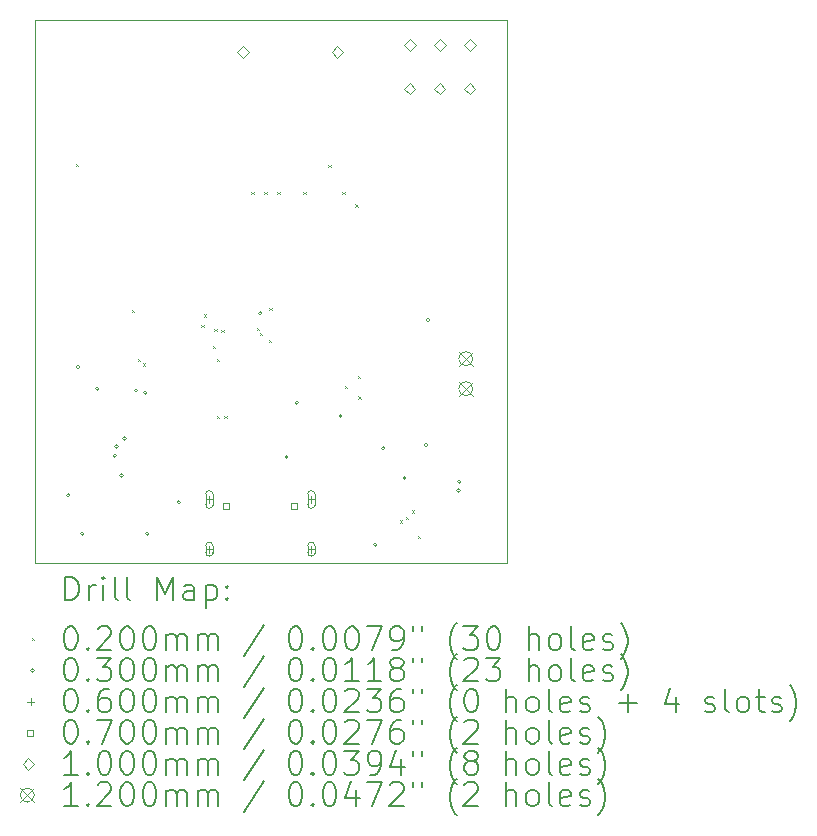
<source format=gbr>
%TF.GenerationSoftware,KiCad,Pcbnew,9.0.6*%
%TF.CreationDate,2025-12-31T22:25:01-08:00*%
%TF.ProjectId,SimpleFlightController,53696d70-6c65-4466-9c69-676874436f6e,rev?*%
%TF.SameCoordinates,Original*%
%TF.FileFunction,Drillmap*%
%TF.FilePolarity,Positive*%
%FSLAX45Y45*%
G04 Gerber Fmt 4.5, Leading zero omitted, Abs format (unit mm)*
G04 Created by KiCad (PCBNEW 9.0.6) date 2025-12-31 22:25:01*
%MOMM*%
%LPD*%
G01*
G04 APERTURE LIST*
%ADD10C,0.050000*%
%ADD11C,0.200000*%
%ADD12C,0.100000*%
%ADD13C,0.120000*%
G04 APERTURE END LIST*
D10*
X14235000Y-8797500D02*
X18235000Y-8797500D01*
X18235000Y-13397500D01*
X14235000Y-13397500D01*
X14235000Y-8797500D01*
D11*
D12*
X14585000Y-10012500D02*
X14605000Y-10032500D01*
X14605000Y-10012500D02*
X14585000Y-10032500D01*
X15060000Y-11250000D02*
X15080000Y-11270000D01*
X15080000Y-11250000D02*
X15060000Y-11270000D01*
X15107500Y-11665000D02*
X15127500Y-11685000D01*
X15127500Y-11665000D02*
X15107500Y-11685000D01*
X15150000Y-11705000D02*
X15170000Y-11725000D01*
X15170000Y-11705000D02*
X15150000Y-11725000D01*
X15645000Y-11376802D02*
X15665000Y-11396802D01*
X15665000Y-11376802D02*
X15645000Y-11396802D01*
X15665000Y-11290000D02*
X15685000Y-11310000D01*
X15685000Y-11290000D02*
X15665000Y-11310000D01*
X15745000Y-11555000D02*
X15765000Y-11575000D01*
X15765000Y-11555000D02*
X15745000Y-11575000D01*
X15755000Y-11410000D02*
X15775000Y-11430000D01*
X15775000Y-11410000D02*
X15755000Y-11430000D01*
X15780000Y-11667500D02*
X15800000Y-11687500D01*
X15800000Y-11667500D02*
X15780000Y-11687500D01*
X15780000Y-12150000D02*
X15800000Y-12170000D01*
X15800000Y-12150000D02*
X15780000Y-12170000D01*
X15815717Y-11418217D02*
X15835717Y-11438217D01*
X15835717Y-11418217D02*
X15815717Y-11438217D01*
X15842500Y-12147500D02*
X15862500Y-12167500D01*
X15862500Y-12147500D02*
X15842500Y-12167500D01*
X16070000Y-10252500D02*
X16090000Y-10272500D01*
X16090000Y-10252500D02*
X16070000Y-10272500D01*
X16114638Y-11402138D02*
X16134638Y-11422138D01*
X16134638Y-11402138D02*
X16114638Y-11422138D01*
X16143744Y-11443744D02*
X16163744Y-11463744D01*
X16163744Y-11443744D02*
X16143744Y-11463744D01*
X16180000Y-10252500D02*
X16200000Y-10272500D01*
X16200000Y-10252500D02*
X16180000Y-10272500D01*
X16220000Y-11507500D02*
X16240000Y-11527500D01*
X16240000Y-11507500D02*
X16220000Y-11527500D01*
X16221716Y-11234216D02*
X16241716Y-11254216D01*
X16241716Y-11234216D02*
X16221716Y-11254216D01*
X16290000Y-10252500D02*
X16310000Y-10272500D01*
X16310000Y-10252500D02*
X16290000Y-10272500D01*
X16510000Y-10252500D02*
X16530000Y-10272500D01*
X16530000Y-10252500D02*
X16510000Y-10272500D01*
X16722500Y-10025000D02*
X16742500Y-10045000D01*
X16742500Y-10025000D02*
X16722500Y-10045000D01*
X16840000Y-10252500D02*
X16860000Y-10272500D01*
X16860000Y-10252500D02*
X16840000Y-10272500D01*
X16862500Y-11895000D02*
X16882500Y-11915000D01*
X16882500Y-11895000D02*
X16862500Y-11915000D01*
X16950000Y-10357500D02*
X16970000Y-10377500D01*
X16970000Y-10357500D02*
X16950000Y-10377500D01*
X16970000Y-11812500D02*
X16990000Y-11832500D01*
X16990000Y-11812500D02*
X16970000Y-11832500D01*
X16975000Y-11982500D02*
X16995000Y-12002500D01*
X16995000Y-11982500D02*
X16975000Y-12002500D01*
X17327500Y-13035000D02*
X17347500Y-13055000D01*
X17347500Y-13035000D02*
X17327500Y-13055000D01*
X17380000Y-13005000D02*
X17400000Y-13025000D01*
X17400000Y-13005000D02*
X17380000Y-13025000D01*
X17430000Y-12947500D02*
X17450000Y-12967500D01*
X17450000Y-12947500D02*
X17430000Y-12967500D01*
X17480000Y-13165000D02*
X17500000Y-13185000D01*
X17500000Y-13165000D02*
X17480000Y-13185000D01*
X14535000Y-12820000D02*
G75*
G02*
X14505000Y-12820000I-15000J0D01*
G01*
X14505000Y-12820000D02*
G75*
G02*
X14535000Y-12820000I15000J0D01*
G01*
X14617500Y-11735000D02*
G75*
G02*
X14587500Y-11735000I-15000J0D01*
G01*
X14587500Y-11735000D02*
G75*
G02*
X14617500Y-11735000I15000J0D01*
G01*
X14655000Y-13147500D02*
G75*
G02*
X14625000Y-13147500I-15000J0D01*
G01*
X14625000Y-13147500D02*
G75*
G02*
X14655000Y-13147500I15000J0D01*
G01*
X14780000Y-11920000D02*
G75*
G02*
X14750000Y-11920000I-15000J0D01*
G01*
X14750000Y-11920000D02*
G75*
G02*
X14780000Y-11920000I15000J0D01*
G01*
X14928326Y-12488326D02*
G75*
G02*
X14898326Y-12488326I-15000J0D01*
G01*
X14898326Y-12488326D02*
G75*
G02*
X14928326Y-12488326I15000J0D01*
G01*
X14943925Y-12409862D02*
G75*
G02*
X14913925Y-12409862I-15000J0D01*
G01*
X14913925Y-12409862D02*
G75*
G02*
X14943925Y-12409862I15000J0D01*
G01*
X14985000Y-12655000D02*
G75*
G02*
X14955000Y-12655000I-15000J0D01*
G01*
X14955000Y-12655000D02*
G75*
G02*
X14985000Y-12655000I15000J0D01*
G01*
X15011893Y-12341893D02*
G75*
G02*
X14981893Y-12341893I-15000J0D01*
G01*
X14981893Y-12341893D02*
G75*
G02*
X15011893Y-12341893I15000J0D01*
G01*
X15108830Y-11933830D02*
G75*
G02*
X15078830Y-11933830I-15000J0D01*
G01*
X15078830Y-11933830D02*
G75*
G02*
X15108830Y-11933830I15000J0D01*
G01*
X15186285Y-11953848D02*
G75*
G02*
X15156285Y-11953848I-15000J0D01*
G01*
X15156285Y-11953848D02*
G75*
G02*
X15186285Y-11953848I15000J0D01*
G01*
X15202500Y-13147500D02*
G75*
G02*
X15172500Y-13147500I-15000J0D01*
G01*
X15172500Y-13147500D02*
G75*
G02*
X15202500Y-13147500I15000J0D01*
G01*
X15470000Y-12880000D02*
G75*
G02*
X15440000Y-12880000I-15000J0D01*
G01*
X15440000Y-12880000D02*
G75*
G02*
X15470000Y-12880000I15000J0D01*
G01*
X16160000Y-11280000D02*
G75*
G02*
X16130000Y-11280000I-15000J0D01*
G01*
X16130000Y-11280000D02*
G75*
G02*
X16160000Y-11280000I15000J0D01*
G01*
X16382500Y-12497500D02*
G75*
G02*
X16352500Y-12497500I-15000J0D01*
G01*
X16352500Y-12497500D02*
G75*
G02*
X16382500Y-12497500I15000J0D01*
G01*
X16470000Y-12037500D02*
G75*
G02*
X16440000Y-12037500I-15000J0D01*
G01*
X16440000Y-12037500D02*
G75*
G02*
X16470000Y-12037500I15000J0D01*
G01*
X16840000Y-12150000D02*
G75*
G02*
X16810000Y-12150000I-15000J0D01*
G01*
X16810000Y-12150000D02*
G75*
G02*
X16840000Y-12150000I15000J0D01*
G01*
X17133965Y-13240000D02*
G75*
G02*
X17103965Y-13240000I-15000J0D01*
G01*
X17103965Y-13240000D02*
G75*
G02*
X17133965Y-13240000I15000J0D01*
G01*
X17203000Y-12423000D02*
G75*
G02*
X17173000Y-12423000I-15000J0D01*
G01*
X17173000Y-12423000D02*
G75*
G02*
X17203000Y-12423000I15000J0D01*
G01*
X17380000Y-12675000D02*
G75*
G02*
X17350000Y-12675000I-15000J0D01*
G01*
X17350000Y-12675000D02*
G75*
G02*
X17380000Y-12675000I15000J0D01*
G01*
X17565000Y-12395000D02*
G75*
G02*
X17535000Y-12395000I-15000J0D01*
G01*
X17535000Y-12395000D02*
G75*
G02*
X17565000Y-12395000I15000J0D01*
G01*
X17580000Y-11337500D02*
G75*
G02*
X17550000Y-11337500I-15000J0D01*
G01*
X17550000Y-11337500D02*
G75*
G02*
X17580000Y-11337500I15000J0D01*
G01*
X17839718Y-12780282D02*
G75*
G02*
X17809718Y-12780282I-15000J0D01*
G01*
X17809718Y-12780282D02*
G75*
G02*
X17839718Y-12780282I15000J0D01*
G01*
X17844859Y-12707641D02*
G75*
G02*
X17814859Y-12707641I-15000J0D01*
G01*
X17814859Y-12707641D02*
G75*
G02*
X17844859Y-12707641I15000J0D01*
G01*
X15713343Y-12826657D02*
X15713343Y-12886657D01*
X15683343Y-12856657D02*
X15743343Y-12856657D01*
X15683343Y-12811657D02*
X15683343Y-12901657D01*
X15743343Y-12901657D02*
G75*
G02*
X15683343Y-12901657I-30000J0D01*
G01*
X15743343Y-12901657D02*
X15743343Y-12811657D01*
X15743343Y-12811657D02*
G75*
G03*
X15683343Y-12811657I-30000J0D01*
G01*
X15713343Y-13247657D02*
X15713343Y-13307657D01*
X15683343Y-13277657D02*
X15743343Y-13277657D01*
X15683343Y-13247657D02*
X15683343Y-13307657D01*
X15743343Y-13307657D02*
G75*
G02*
X15683343Y-13307657I-30000J0D01*
G01*
X15743343Y-13307657D02*
X15743343Y-13247657D01*
X15743343Y-13247657D02*
G75*
G03*
X15683343Y-13247657I-30000J0D01*
G01*
X16577343Y-12826657D02*
X16577343Y-12886657D01*
X16547343Y-12856657D02*
X16607343Y-12856657D01*
X16547343Y-12811656D02*
X16547343Y-12901658D01*
X16607343Y-12901658D02*
G75*
G02*
X16547343Y-12901658I-30000J0D01*
G01*
X16607343Y-12901658D02*
X16607343Y-12811656D01*
X16607343Y-12811656D02*
G75*
G03*
X16547343Y-12811656I-30000J0D01*
G01*
X16577343Y-13247657D02*
X16577343Y-13307657D01*
X16547343Y-13277657D02*
X16607343Y-13277657D01*
X16547343Y-13247657D02*
X16547343Y-13307657D01*
X16607343Y-13307657D02*
G75*
G02*
X16547343Y-13307657I-30000J0D01*
G01*
X16607343Y-13307657D02*
X16607343Y-13247657D01*
X16607343Y-13247657D02*
G75*
G03*
X16547343Y-13247657I-30000J0D01*
G01*
X15881092Y-12934406D02*
X15881092Y-12884908D01*
X15831594Y-12884908D01*
X15831594Y-12934406D01*
X15881092Y-12934406D01*
X16459092Y-12934406D02*
X16459092Y-12884908D01*
X16409594Y-12884908D01*
X16409594Y-12934406D01*
X16459092Y-12934406D01*
X15999000Y-9120000D02*
X16049000Y-9070000D01*
X15999000Y-9020000D01*
X15949000Y-9070000D01*
X15999000Y-9120000D01*
X16799000Y-9120000D02*
X16849000Y-9070000D01*
X16799000Y-9020000D01*
X16749000Y-9070000D01*
X16799000Y-9120000D01*
X17409500Y-9427500D02*
X17459500Y-9377500D01*
X17409500Y-9327500D01*
X17359500Y-9377500D01*
X17409500Y-9427500D01*
X17411000Y-9060000D02*
X17461000Y-9010000D01*
X17411000Y-8960000D01*
X17361000Y-9010000D01*
X17411000Y-9060000D01*
X17663500Y-9427500D02*
X17713500Y-9377500D01*
X17663500Y-9327500D01*
X17613500Y-9377500D01*
X17663500Y-9427500D01*
X17665000Y-9060000D02*
X17715000Y-9010000D01*
X17665000Y-8960000D01*
X17615000Y-9010000D01*
X17665000Y-9060000D01*
X17917500Y-9427500D02*
X17967500Y-9377500D01*
X17917500Y-9327500D01*
X17867500Y-9377500D01*
X17917500Y-9427500D01*
X17919000Y-9060000D02*
X17969000Y-9010000D01*
X17919000Y-8960000D01*
X17869000Y-9010000D01*
X17919000Y-9060000D01*
D13*
X17825000Y-11605000D02*
X17945000Y-11725000D01*
X17945000Y-11605000D02*
X17825000Y-11725000D01*
X17945000Y-11665000D02*
G75*
G02*
X17825000Y-11665000I-60000J0D01*
G01*
X17825000Y-11665000D02*
G75*
G02*
X17945000Y-11665000I60000J0D01*
G01*
X17825000Y-11859000D02*
X17945000Y-11979000D01*
X17945000Y-11859000D02*
X17825000Y-11979000D01*
X17945000Y-11919000D02*
G75*
G02*
X17825000Y-11919000I-60000J0D01*
G01*
X17825000Y-11919000D02*
G75*
G02*
X17945000Y-11919000I60000J0D01*
G01*
D11*
X14493277Y-13711484D02*
X14493277Y-13511484D01*
X14493277Y-13511484D02*
X14540896Y-13511484D01*
X14540896Y-13511484D02*
X14569467Y-13521008D01*
X14569467Y-13521008D02*
X14588515Y-13540055D01*
X14588515Y-13540055D02*
X14598039Y-13559103D01*
X14598039Y-13559103D02*
X14607562Y-13597198D01*
X14607562Y-13597198D02*
X14607562Y-13625769D01*
X14607562Y-13625769D02*
X14598039Y-13663865D01*
X14598039Y-13663865D02*
X14588515Y-13682912D01*
X14588515Y-13682912D02*
X14569467Y-13701960D01*
X14569467Y-13701960D02*
X14540896Y-13711484D01*
X14540896Y-13711484D02*
X14493277Y-13711484D01*
X14693277Y-13711484D02*
X14693277Y-13578150D01*
X14693277Y-13616246D02*
X14702801Y-13597198D01*
X14702801Y-13597198D02*
X14712324Y-13587674D01*
X14712324Y-13587674D02*
X14731372Y-13578150D01*
X14731372Y-13578150D02*
X14750420Y-13578150D01*
X14817086Y-13711484D02*
X14817086Y-13578150D01*
X14817086Y-13511484D02*
X14807562Y-13521008D01*
X14807562Y-13521008D02*
X14817086Y-13530531D01*
X14817086Y-13530531D02*
X14826610Y-13521008D01*
X14826610Y-13521008D02*
X14817086Y-13511484D01*
X14817086Y-13511484D02*
X14817086Y-13530531D01*
X14940896Y-13711484D02*
X14921848Y-13701960D01*
X14921848Y-13701960D02*
X14912324Y-13682912D01*
X14912324Y-13682912D02*
X14912324Y-13511484D01*
X15045658Y-13711484D02*
X15026610Y-13701960D01*
X15026610Y-13701960D02*
X15017086Y-13682912D01*
X15017086Y-13682912D02*
X15017086Y-13511484D01*
X15274229Y-13711484D02*
X15274229Y-13511484D01*
X15274229Y-13511484D02*
X15340896Y-13654341D01*
X15340896Y-13654341D02*
X15407562Y-13511484D01*
X15407562Y-13511484D02*
X15407562Y-13711484D01*
X15588515Y-13711484D02*
X15588515Y-13606722D01*
X15588515Y-13606722D02*
X15578991Y-13587674D01*
X15578991Y-13587674D02*
X15559943Y-13578150D01*
X15559943Y-13578150D02*
X15521848Y-13578150D01*
X15521848Y-13578150D02*
X15502801Y-13587674D01*
X15588515Y-13701960D02*
X15569467Y-13711484D01*
X15569467Y-13711484D02*
X15521848Y-13711484D01*
X15521848Y-13711484D02*
X15502801Y-13701960D01*
X15502801Y-13701960D02*
X15493277Y-13682912D01*
X15493277Y-13682912D02*
X15493277Y-13663865D01*
X15493277Y-13663865D02*
X15502801Y-13644817D01*
X15502801Y-13644817D02*
X15521848Y-13635293D01*
X15521848Y-13635293D02*
X15569467Y-13635293D01*
X15569467Y-13635293D02*
X15588515Y-13625769D01*
X15683753Y-13578150D02*
X15683753Y-13778150D01*
X15683753Y-13587674D02*
X15702801Y-13578150D01*
X15702801Y-13578150D02*
X15740896Y-13578150D01*
X15740896Y-13578150D02*
X15759943Y-13587674D01*
X15759943Y-13587674D02*
X15769467Y-13597198D01*
X15769467Y-13597198D02*
X15778991Y-13616246D01*
X15778991Y-13616246D02*
X15778991Y-13673388D01*
X15778991Y-13673388D02*
X15769467Y-13692436D01*
X15769467Y-13692436D02*
X15759943Y-13701960D01*
X15759943Y-13701960D02*
X15740896Y-13711484D01*
X15740896Y-13711484D02*
X15702801Y-13711484D01*
X15702801Y-13711484D02*
X15683753Y-13701960D01*
X15864705Y-13692436D02*
X15874229Y-13701960D01*
X15874229Y-13701960D02*
X15864705Y-13711484D01*
X15864705Y-13711484D02*
X15855182Y-13701960D01*
X15855182Y-13701960D02*
X15864705Y-13692436D01*
X15864705Y-13692436D02*
X15864705Y-13711484D01*
X15864705Y-13587674D02*
X15874229Y-13597198D01*
X15874229Y-13597198D02*
X15864705Y-13606722D01*
X15864705Y-13606722D02*
X15855182Y-13597198D01*
X15855182Y-13597198D02*
X15864705Y-13587674D01*
X15864705Y-13587674D02*
X15864705Y-13606722D01*
D12*
X14212500Y-14030000D02*
X14232500Y-14050000D01*
X14232500Y-14030000D02*
X14212500Y-14050000D01*
D11*
X14531372Y-13931484D02*
X14550420Y-13931484D01*
X14550420Y-13931484D02*
X14569467Y-13941008D01*
X14569467Y-13941008D02*
X14578991Y-13950531D01*
X14578991Y-13950531D02*
X14588515Y-13969579D01*
X14588515Y-13969579D02*
X14598039Y-14007674D01*
X14598039Y-14007674D02*
X14598039Y-14055293D01*
X14598039Y-14055293D02*
X14588515Y-14093388D01*
X14588515Y-14093388D02*
X14578991Y-14112436D01*
X14578991Y-14112436D02*
X14569467Y-14121960D01*
X14569467Y-14121960D02*
X14550420Y-14131484D01*
X14550420Y-14131484D02*
X14531372Y-14131484D01*
X14531372Y-14131484D02*
X14512324Y-14121960D01*
X14512324Y-14121960D02*
X14502801Y-14112436D01*
X14502801Y-14112436D02*
X14493277Y-14093388D01*
X14493277Y-14093388D02*
X14483753Y-14055293D01*
X14483753Y-14055293D02*
X14483753Y-14007674D01*
X14483753Y-14007674D02*
X14493277Y-13969579D01*
X14493277Y-13969579D02*
X14502801Y-13950531D01*
X14502801Y-13950531D02*
X14512324Y-13941008D01*
X14512324Y-13941008D02*
X14531372Y-13931484D01*
X14683753Y-14112436D02*
X14693277Y-14121960D01*
X14693277Y-14121960D02*
X14683753Y-14131484D01*
X14683753Y-14131484D02*
X14674229Y-14121960D01*
X14674229Y-14121960D02*
X14683753Y-14112436D01*
X14683753Y-14112436D02*
X14683753Y-14131484D01*
X14769467Y-13950531D02*
X14778991Y-13941008D01*
X14778991Y-13941008D02*
X14798039Y-13931484D01*
X14798039Y-13931484D02*
X14845658Y-13931484D01*
X14845658Y-13931484D02*
X14864705Y-13941008D01*
X14864705Y-13941008D02*
X14874229Y-13950531D01*
X14874229Y-13950531D02*
X14883753Y-13969579D01*
X14883753Y-13969579D02*
X14883753Y-13988627D01*
X14883753Y-13988627D02*
X14874229Y-14017198D01*
X14874229Y-14017198D02*
X14759943Y-14131484D01*
X14759943Y-14131484D02*
X14883753Y-14131484D01*
X15007562Y-13931484D02*
X15026610Y-13931484D01*
X15026610Y-13931484D02*
X15045658Y-13941008D01*
X15045658Y-13941008D02*
X15055182Y-13950531D01*
X15055182Y-13950531D02*
X15064705Y-13969579D01*
X15064705Y-13969579D02*
X15074229Y-14007674D01*
X15074229Y-14007674D02*
X15074229Y-14055293D01*
X15074229Y-14055293D02*
X15064705Y-14093388D01*
X15064705Y-14093388D02*
X15055182Y-14112436D01*
X15055182Y-14112436D02*
X15045658Y-14121960D01*
X15045658Y-14121960D02*
X15026610Y-14131484D01*
X15026610Y-14131484D02*
X15007562Y-14131484D01*
X15007562Y-14131484D02*
X14988515Y-14121960D01*
X14988515Y-14121960D02*
X14978991Y-14112436D01*
X14978991Y-14112436D02*
X14969467Y-14093388D01*
X14969467Y-14093388D02*
X14959943Y-14055293D01*
X14959943Y-14055293D02*
X14959943Y-14007674D01*
X14959943Y-14007674D02*
X14969467Y-13969579D01*
X14969467Y-13969579D02*
X14978991Y-13950531D01*
X14978991Y-13950531D02*
X14988515Y-13941008D01*
X14988515Y-13941008D02*
X15007562Y-13931484D01*
X15198039Y-13931484D02*
X15217086Y-13931484D01*
X15217086Y-13931484D02*
X15236134Y-13941008D01*
X15236134Y-13941008D02*
X15245658Y-13950531D01*
X15245658Y-13950531D02*
X15255182Y-13969579D01*
X15255182Y-13969579D02*
X15264705Y-14007674D01*
X15264705Y-14007674D02*
X15264705Y-14055293D01*
X15264705Y-14055293D02*
X15255182Y-14093388D01*
X15255182Y-14093388D02*
X15245658Y-14112436D01*
X15245658Y-14112436D02*
X15236134Y-14121960D01*
X15236134Y-14121960D02*
X15217086Y-14131484D01*
X15217086Y-14131484D02*
X15198039Y-14131484D01*
X15198039Y-14131484D02*
X15178991Y-14121960D01*
X15178991Y-14121960D02*
X15169467Y-14112436D01*
X15169467Y-14112436D02*
X15159943Y-14093388D01*
X15159943Y-14093388D02*
X15150420Y-14055293D01*
X15150420Y-14055293D02*
X15150420Y-14007674D01*
X15150420Y-14007674D02*
X15159943Y-13969579D01*
X15159943Y-13969579D02*
X15169467Y-13950531D01*
X15169467Y-13950531D02*
X15178991Y-13941008D01*
X15178991Y-13941008D02*
X15198039Y-13931484D01*
X15350420Y-14131484D02*
X15350420Y-13998150D01*
X15350420Y-14017198D02*
X15359943Y-14007674D01*
X15359943Y-14007674D02*
X15378991Y-13998150D01*
X15378991Y-13998150D02*
X15407563Y-13998150D01*
X15407563Y-13998150D02*
X15426610Y-14007674D01*
X15426610Y-14007674D02*
X15436134Y-14026722D01*
X15436134Y-14026722D02*
X15436134Y-14131484D01*
X15436134Y-14026722D02*
X15445658Y-14007674D01*
X15445658Y-14007674D02*
X15464705Y-13998150D01*
X15464705Y-13998150D02*
X15493277Y-13998150D01*
X15493277Y-13998150D02*
X15512324Y-14007674D01*
X15512324Y-14007674D02*
X15521848Y-14026722D01*
X15521848Y-14026722D02*
X15521848Y-14131484D01*
X15617086Y-14131484D02*
X15617086Y-13998150D01*
X15617086Y-14017198D02*
X15626610Y-14007674D01*
X15626610Y-14007674D02*
X15645658Y-13998150D01*
X15645658Y-13998150D02*
X15674229Y-13998150D01*
X15674229Y-13998150D02*
X15693277Y-14007674D01*
X15693277Y-14007674D02*
X15702801Y-14026722D01*
X15702801Y-14026722D02*
X15702801Y-14131484D01*
X15702801Y-14026722D02*
X15712324Y-14007674D01*
X15712324Y-14007674D02*
X15731372Y-13998150D01*
X15731372Y-13998150D02*
X15759943Y-13998150D01*
X15759943Y-13998150D02*
X15778991Y-14007674D01*
X15778991Y-14007674D02*
X15788515Y-14026722D01*
X15788515Y-14026722D02*
X15788515Y-14131484D01*
X16178991Y-13921960D02*
X16007563Y-14179103D01*
X16436134Y-13931484D02*
X16455182Y-13931484D01*
X16455182Y-13931484D02*
X16474229Y-13941008D01*
X16474229Y-13941008D02*
X16483753Y-13950531D01*
X16483753Y-13950531D02*
X16493277Y-13969579D01*
X16493277Y-13969579D02*
X16502801Y-14007674D01*
X16502801Y-14007674D02*
X16502801Y-14055293D01*
X16502801Y-14055293D02*
X16493277Y-14093388D01*
X16493277Y-14093388D02*
X16483753Y-14112436D01*
X16483753Y-14112436D02*
X16474229Y-14121960D01*
X16474229Y-14121960D02*
X16455182Y-14131484D01*
X16455182Y-14131484D02*
X16436134Y-14131484D01*
X16436134Y-14131484D02*
X16417086Y-14121960D01*
X16417086Y-14121960D02*
X16407563Y-14112436D01*
X16407563Y-14112436D02*
X16398039Y-14093388D01*
X16398039Y-14093388D02*
X16388515Y-14055293D01*
X16388515Y-14055293D02*
X16388515Y-14007674D01*
X16388515Y-14007674D02*
X16398039Y-13969579D01*
X16398039Y-13969579D02*
X16407563Y-13950531D01*
X16407563Y-13950531D02*
X16417086Y-13941008D01*
X16417086Y-13941008D02*
X16436134Y-13931484D01*
X16588515Y-14112436D02*
X16598039Y-14121960D01*
X16598039Y-14121960D02*
X16588515Y-14131484D01*
X16588515Y-14131484D02*
X16578991Y-14121960D01*
X16578991Y-14121960D02*
X16588515Y-14112436D01*
X16588515Y-14112436D02*
X16588515Y-14131484D01*
X16721848Y-13931484D02*
X16740896Y-13931484D01*
X16740896Y-13931484D02*
X16759944Y-13941008D01*
X16759944Y-13941008D02*
X16769467Y-13950531D01*
X16769467Y-13950531D02*
X16778991Y-13969579D01*
X16778991Y-13969579D02*
X16788515Y-14007674D01*
X16788515Y-14007674D02*
X16788515Y-14055293D01*
X16788515Y-14055293D02*
X16778991Y-14093388D01*
X16778991Y-14093388D02*
X16769467Y-14112436D01*
X16769467Y-14112436D02*
X16759944Y-14121960D01*
X16759944Y-14121960D02*
X16740896Y-14131484D01*
X16740896Y-14131484D02*
X16721848Y-14131484D01*
X16721848Y-14131484D02*
X16702801Y-14121960D01*
X16702801Y-14121960D02*
X16693277Y-14112436D01*
X16693277Y-14112436D02*
X16683753Y-14093388D01*
X16683753Y-14093388D02*
X16674229Y-14055293D01*
X16674229Y-14055293D02*
X16674229Y-14007674D01*
X16674229Y-14007674D02*
X16683753Y-13969579D01*
X16683753Y-13969579D02*
X16693277Y-13950531D01*
X16693277Y-13950531D02*
X16702801Y-13941008D01*
X16702801Y-13941008D02*
X16721848Y-13931484D01*
X16912325Y-13931484D02*
X16931372Y-13931484D01*
X16931372Y-13931484D02*
X16950420Y-13941008D01*
X16950420Y-13941008D02*
X16959944Y-13950531D01*
X16959944Y-13950531D02*
X16969468Y-13969579D01*
X16969468Y-13969579D02*
X16978991Y-14007674D01*
X16978991Y-14007674D02*
X16978991Y-14055293D01*
X16978991Y-14055293D02*
X16969468Y-14093388D01*
X16969468Y-14093388D02*
X16959944Y-14112436D01*
X16959944Y-14112436D02*
X16950420Y-14121960D01*
X16950420Y-14121960D02*
X16931372Y-14131484D01*
X16931372Y-14131484D02*
X16912325Y-14131484D01*
X16912325Y-14131484D02*
X16893277Y-14121960D01*
X16893277Y-14121960D02*
X16883753Y-14112436D01*
X16883753Y-14112436D02*
X16874229Y-14093388D01*
X16874229Y-14093388D02*
X16864706Y-14055293D01*
X16864706Y-14055293D02*
X16864706Y-14007674D01*
X16864706Y-14007674D02*
X16874229Y-13969579D01*
X16874229Y-13969579D02*
X16883753Y-13950531D01*
X16883753Y-13950531D02*
X16893277Y-13941008D01*
X16893277Y-13941008D02*
X16912325Y-13931484D01*
X17045658Y-13931484D02*
X17178991Y-13931484D01*
X17178991Y-13931484D02*
X17093277Y-14131484D01*
X17264706Y-14131484D02*
X17302801Y-14131484D01*
X17302801Y-14131484D02*
X17321849Y-14121960D01*
X17321849Y-14121960D02*
X17331372Y-14112436D01*
X17331372Y-14112436D02*
X17350420Y-14083865D01*
X17350420Y-14083865D02*
X17359944Y-14045769D01*
X17359944Y-14045769D02*
X17359944Y-13969579D01*
X17359944Y-13969579D02*
X17350420Y-13950531D01*
X17350420Y-13950531D02*
X17340896Y-13941008D01*
X17340896Y-13941008D02*
X17321849Y-13931484D01*
X17321849Y-13931484D02*
X17283753Y-13931484D01*
X17283753Y-13931484D02*
X17264706Y-13941008D01*
X17264706Y-13941008D02*
X17255182Y-13950531D01*
X17255182Y-13950531D02*
X17245658Y-13969579D01*
X17245658Y-13969579D02*
X17245658Y-14017198D01*
X17245658Y-14017198D02*
X17255182Y-14036246D01*
X17255182Y-14036246D02*
X17264706Y-14045769D01*
X17264706Y-14045769D02*
X17283753Y-14055293D01*
X17283753Y-14055293D02*
X17321849Y-14055293D01*
X17321849Y-14055293D02*
X17340896Y-14045769D01*
X17340896Y-14045769D02*
X17350420Y-14036246D01*
X17350420Y-14036246D02*
X17359944Y-14017198D01*
X17436134Y-13931484D02*
X17436134Y-13969579D01*
X17512325Y-13931484D02*
X17512325Y-13969579D01*
X17807563Y-14207674D02*
X17798039Y-14198150D01*
X17798039Y-14198150D02*
X17778991Y-14169579D01*
X17778991Y-14169579D02*
X17769468Y-14150531D01*
X17769468Y-14150531D02*
X17759944Y-14121960D01*
X17759944Y-14121960D02*
X17750420Y-14074341D01*
X17750420Y-14074341D02*
X17750420Y-14036246D01*
X17750420Y-14036246D02*
X17759944Y-13988627D01*
X17759944Y-13988627D02*
X17769468Y-13960055D01*
X17769468Y-13960055D02*
X17778991Y-13941008D01*
X17778991Y-13941008D02*
X17798039Y-13912436D01*
X17798039Y-13912436D02*
X17807563Y-13902912D01*
X17864706Y-13931484D02*
X17988515Y-13931484D01*
X17988515Y-13931484D02*
X17921849Y-14007674D01*
X17921849Y-14007674D02*
X17950420Y-14007674D01*
X17950420Y-14007674D02*
X17969468Y-14017198D01*
X17969468Y-14017198D02*
X17978991Y-14026722D01*
X17978991Y-14026722D02*
X17988515Y-14045769D01*
X17988515Y-14045769D02*
X17988515Y-14093388D01*
X17988515Y-14093388D02*
X17978991Y-14112436D01*
X17978991Y-14112436D02*
X17969468Y-14121960D01*
X17969468Y-14121960D02*
X17950420Y-14131484D01*
X17950420Y-14131484D02*
X17893277Y-14131484D01*
X17893277Y-14131484D02*
X17874230Y-14121960D01*
X17874230Y-14121960D02*
X17864706Y-14112436D01*
X18112325Y-13931484D02*
X18131372Y-13931484D01*
X18131372Y-13931484D02*
X18150420Y-13941008D01*
X18150420Y-13941008D02*
X18159944Y-13950531D01*
X18159944Y-13950531D02*
X18169468Y-13969579D01*
X18169468Y-13969579D02*
X18178991Y-14007674D01*
X18178991Y-14007674D02*
X18178991Y-14055293D01*
X18178991Y-14055293D02*
X18169468Y-14093388D01*
X18169468Y-14093388D02*
X18159944Y-14112436D01*
X18159944Y-14112436D02*
X18150420Y-14121960D01*
X18150420Y-14121960D02*
X18131372Y-14131484D01*
X18131372Y-14131484D02*
X18112325Y-14131484D01*
X18112325Y-14131484D02*
X18093277Y-14121960D01*
X18093277Y-14121960D02*
X18083753Y-14112436D01*
X18083753Y-14112436D02*
X18074230Y-14093388D01*
X18074230Y-14093388D02*
X18064706Y-14055293D01*
X18064706Y-14055293D02*
X18064706Y-14007674D01*
X18064706Y-14007674D02*
X18074230Y-13969579D01*
X18074230Y-13969579D02*
X18083753Y-13950531D01*
X18083753Y-13950531D02*
X18093277Y-13941008D01*
X18093277Y-13941008D02*
X18112325Y-13931484D01*
X18417087Y-14131484D02*
X18417087Y-13931484D01*
X18502801Y-14131484D02*
X18502801Y-14026722D01*
X18502801Y-14026722D02*
X18493277Y-14007674D01*
X18493277Y-14007674D02*
X18474230Y-13998150D01*
X18474230Y-13998150D02*
X18445658Y-13998150D01*
X18445658Y-13998150D02*
X18426611Y-14007674D01*
X18426611Y-14007674D02*
X18417087Y-14017198D01*
X18626611Y-14131484D02*
X18607563Y-14121960D01*
X18607563Y-14121960D02*
X18598039Y-14112436D01*
X18598039Y-14112436D02*
X18588515Y-14093388D01*
X18588515Y-14093388D02*
X18588515Y-14036246D01*
X18588515Y-14036246D02*
X18598039Y-14017198D01*
X18598039Y-14017198D02*
X18607563Y-14007674D01*
X18607563Y-14007674D02*
X18626611Y-13998150D01*
X18626611Y-13998150D02*
X18655182Y-13998150D01*
X18655182Y-13998150D02*
X18674230Y-14007674D01*
X18674230Y-14007674D02*
X18683753Y-14017198D01*
X18683753Y-14017198D02*
X18693277Y-14036246D01*
X18693277Y-14036246D02*
X18693277Y-14093388D01*
X18693277Y-14093388D02*
X18683753Y-14112436D01*
X18683753Y-14112436D02*
X18674230Y-14121960D01*
X18674230Y-14121960D02*
X18655182Y-14131484D01*
X18655182Y-14131484D02*
X18626611Y-14131484D01*
X18807563Y-14131484D02*
X18788515Y-14121960D01*
X18788515Y-14121960D02*
X18778992Y-14102912D01*
X18778992Y-14102912D02*
X18778992Y-13931484D01*
X18959944Y-14121960D02*
X18940896Y-14131484D01*
X18940896Y-14131484D02*
X18902801Y-14131484D01*
X18902801Y-14131484D02*
X18883753Y-14121960D01*
X18883753Y-14121960D02*
X18874230Y-14102912D01*
X18874230Y-14102912D02*
X18874230Y-14026722D01*
X18874230Y-14026722D02*
X18883753Y-14007674D01*
X18883753Y-14007674D02*
X18902801Y-13998150D01*
X18902801Y-13998150D02*
X18940896Y-13998150D01*
X18940896Y-13998150D02*
X18959944Y-14007674D01*
X18959944Y-14007674D02*
X18969468Y-14026722D01*
X18969468Y-14026722D02*
X18969468Y-14045769D01*
X18969468Y-14045769D02*
X18874230Y-14064817D01*
X19045658Y-14121960D02*
X19064706Y-14131484D01*
X19064706Y-14131484D02*
X19102801Y-14131484D01*
X19102801Y-14131484D02*
X19121849Y-14121960D01*
X19121849Y-14121960D02*
X19131373Y-14102912D01*
X19131373Y-14102912D02*
X19131373Y-14093388D01*
X19131373Y-14093388D02*
X19121849Y-14074341D01*
X19121849Y-14074341D02*
X19102801Y-14064817D01*
X19102801Y-14064817D02*
X19074230Y-14064817D01*
X19074230Y-14064817D02*
X19055182Y-14055293D01*
X19055182Y-14055293D02*
X19045658Y-14036246D01*
X19045658Y-14036246D02*
X19045658Y-14026722D01*
X19045658Y-14026722D02*
X19055182Y-14007674D01*
X19055182Y-14007674D02*
X19074230Y-13998150D01*
X19074230Y-13998150D02*
X19102801Y-13998150D01*
X19102801Y-13998150D02*
X19121849Y-14007674D01*
X19198039Y-14207674D02*
X19207563Y-14198150D01*
X19207563Y-14198150D02*
X19226611Y-14169579D01*
X19226611Y-14169579D02*
X19236134Y-14150531D01*
X19236134Y-14150531D02*
X19245658Y-14121960D01*
X19245658Y-14121960D02*
X19255182Y-14074341D01*
X19255182Y-14074341D02*
X19255182Y-14036246D01*
X19255182Y-14036246D02*
X19245658Y-13988627D01*
X19245658Y-13988627D02*
X19236134Y-13960055D01*
X19236134Y-13960055D02*
X19226611Y-13941008D01*
X19226611Y-13941008D02*
X19207563Y-13912436D01*
X19207563Y-13912436D02*
X19198039Y-13902912D01*
D12*
X14232500Y-14304000D02*
G75*
G02*
X14202500Y-14304000I-15000J0D01*
G01*
X14202500Y-14304000D02*
G75*
G02*
X14232500Y-14304000I15000J0D01*
G01*
D11*
X14531372Y-14195484D02*
X14550420Y-14195484D01*
X14550420Y-14195484D02*
X14569467Y-14205008D01*
X14569467Y-14205008D02*
X14578991Y-14214531D01*
X14578991Y-14214531D02*
X14588515Y-14233579D01*
X14588515Y-14233579D02*
X14598039Y-14271674D01*
X14598039Y-14271674D02*
X14598039Y-14319293D01*
X14598039Y-14319293D02*
X14588515Y-14357388D01*
X14588515Y-14357388D02*
X14578991Y-14376436D01*
X14578991Y-14376436D02*
X14569467Y-14385960D01*
X14569467Y-14385960D02*
X14550420Y-14395484D01*
X14550420Y-14395484D02*
X14531372Y-14395484D01*
X14531372Y-14395484D02*
X14512324Y-14385960D01*
X14512324Y-14385960D02*
X14502801Y-14376436D01*
X14502801Y-14376436D02*
X14493277Y-14357388D01*
X14493277Y-14357388D02*
X14483753Y-14319293D01*
X14483753Y-14319293D02*
X14483753Y-14271674D01*
X14483753Y-14271674D02*
X14493277Y-14233579D01*
X14493277Y-14233579D02*
X14502801Y-14214531D01*
X14502801Y-14214531D02*
X14512324Y-14205008D01*
X14512324Y-14205008D02*
X14531372Y-14195484D01*
X14683753Y-14376436D02*
X14693277Y-14385960D01*
X14693277Y-14385960D02*
X14683753Y-14395484D01*
X14683753Y-14395484D02*
X14674229Y-14385960D01*
X14674229Y-14385960D02*
X14683753Y-14376436D01*
X14683753Y-14376436D02*
X14683753Y-14395484D01*
X14759943Y-14195484D02*
X14883753Y-14195484D01*
X14883753Y-14195484D02*
X14817086Y-14271674D01*
X14817086Y-14271674D02*
X14845658Y-14271674D01*
X14845658Y-14271674D02*
X14864705Y-14281198D01*
X14864705Y-14281198D02*
X14874229Y-14290722D01*
X14874229Y-14290722D02*
X14883753Y-14309769D01*
X14883753Y-14309769D02*
X14883753Y-14357388D01*
X14883753Y-14357388D02*
X14874229Y-14376436D01*
X14874229Y-14376436D02*
X14864705Y-14385960D01*
X14864705Y-14385960D02*
X14845658Y-14395484D01*
X14845658Y-14395484D02*
X14788515Y-14395484D01*
X14788515Y-14395484D02*
X14769467Y-14385960D01*
X14769467Y-14385960D02*
X14759943Y-14376436D01*
X15007562Y-14195484D02*
X15026610Y-14195484D01*
X15026610Y-14195484D02*
X15045658Y-14205008D01*
X15045658Y-14205008D02*
X15055182Y-14214531D01*
X15055182Y-14214531D02*
X15064705Y-14233579D01*
X15064705Y-14233579D02*
X15074229Y-14271674D01*
X15074229Y-14271674D02*
X15074229Y-14319293D01*
X15074229Y-14319293D02*
X15064705Y-14357388D01*
X15064705Y-14357388D02*
X15055182Y-14376436D01*
X15055182Y-14376436D02*
X15045658Y-14385960D01*
X15045658Y-14385960D02*
X15026610Y-14395484D01*
X15026610Y-14395484D02*
X15007562Y-14395484D01*
X15007562Y-14395484D02*
X14988515Y-14385960D01*
X14988515Y-14385960D02*
X14978991Y-14376436D01*
X14978991Y-14376436D02*
X14969467Y-14357388D01*
X14969467Y-14357388D02*
X14959943Y-14319293D01*
X14959943Y-14319293D02*
X14959943Y-14271674D01*
X14959943Y-14271674D02*
X14969467Y-14233579D01*
X14969467Y-14233579D02*
X14978991Y-14214531D01*
X14978991Y-14214531D02*
X14988515Y-14205008D01*
X14988515Y-14205008D02*
X15007562Y-14195484D01*
X15198039Y-14195484D02*
X15217086Y-14195484D01*
X15217086Y-14195484D02*
X15236134Y-14205008D01*
X15236134Y-14205008D02*
X15245658Y-14214531D01*
X15245658Y-14214531D02*
X15255182Y-14233579D01*
X15255182Y-14233579D02*
X15264705Y-14271674D01*
X15264705Y-14271674D02*
X15264705Y-14319293D01*
X15264705Y-14319293D02*
X15255182Y-14357388D01*
X15255182Y-14357388D02*
X15245658Y-14376436D01*
X15245658Y-14376436D02*
X15236134Y-14385960D01*
X15236134Y-14385960D02*
X15217086Y-14395484D01*
X15217086Y-14395484D02*
X15198039Y-14395484D01*
X15198039Y-14395484D02*
X15178991Y-14385960D01*
X15178991Y-14385960D02*
X15169467Y-14376436D01*
X15169467Y-14376436D02*
X15159943Y-14357388D01*
X15159943Y-14357388D02*
X15150420Y-14319293D01*
X15150420Y-14319293D02*
X15150420Y-14271674D01*
X15150420Y-14271674D02*
X15159943Y-14233579D01*
X15159943Y-14233579D02*
X15169467Y-14214531D01*
X15169467Y-14214531D02*
X15178991Y-14205008D01*
X15178991Y-14205008D02*
X15198039Y-14195484D01*
X15350420Y-14395484D02*
X15350420Y-14262150D01*
X15350420Y-14281198D02*
X15359943Y-14271674D01*
X15359943Y-14271674D02*
X15378991Y-14262150D01*
X15378991Y-14262150D02*
X15407563Y-14262150D01*
X15407563Y-14262150D02*
X15426610Y-14271674D01*
X15426610Y-14271674D02*
X15436134Y-14290722D01*
X15436134Y-14290722D02*
X15436134Y-14395484D01*
X15436134Y-14290722D02*
X15445658Y-14271674D01*
X15445658Y-14271674D02*
X15464705Y-14262150D01*
X15464705Y-14262150D02*
X15493277Y-14262150D01*
X15493277Y-14262150D02*
X15512324Y-14271674D01*
X15512324Y-14271674D02*
X15521848Y-14290722D01*
X15521848Y-14290722D02*
X15521848Y-14395484D01*
X15617086Y-14395484D02*
X15617086Y-14262150D01*
X15617086Y-14281198D02*
X15626610Y-14271674D01*
X15626610Y-14271674D02*
X15645658Y-14262150D01*
X15645658Y-14262150D02*
X15674229Y-14262150D01*
X15674229Y-14262150D02*
X15693277Y-14271674D01*
X15693277Y-14271674D02*
X15702801Y-14290722D01*
X15702801Y-14290722D02*
X15702801Y-14395484D01*
X15702801Y-14290722D02*
X15712324Y-14271674D01*
X15712324Y-14271674D02*
X15731372Y-14262150D01*
X15731372Y-14262150D02*
X15759943Y-14262150D01*
X15759943Y-14262150D02*
X15778991Y-14271674D01*
X15778991Y-14271674D02*
X15788515Y-14290722D01*
X15788515Y-14290722D02*
X15788515Y-14395484D01*
X16178991Y-14185960D02*
X16007563Y-14443103D01*
X16436134Y-14195484D02*
X16455182Y-14195484D01*
X16455182Y-14195484D02*
X16474229Y-14205008D01*
X16474229Y-14205008D02*
X16483753Y-14214531D01*
X16483753Y-14214531D02*
X16493277Y-14233579D01*
X16493277Y-14233579D02*
X16502801Y-14271674D01*
X16502801Y-14271674D02*
X16502801Y-14319293D01*
X16502801Y-14319293D02*
X16493277Y-14357388D01*
X16493277Y-14357388D02*
X16483753Y-14376436D01*
X16483753Y-14376436D02*
X16474229Y-14385960D01*
X16474229Y-14385960D02*
X16455182Y-14395484D01*
X16455182Y-14395484D02*
X16436134Y-14395484D01*
X16436134Y-14395484D02*
X16417086Y-14385960D01*
X16417086Y-14385960D02*
X16407563Y-14376436D01*
X16407563Y-14376436D02*
X16398039Y-14357388D01*
X16398039Y-14357388D02*
X16388515Y-14319293D01*
X16388515Y-14319293D02*
X16388515Y-14271674D01*
X16388515Y-14271674D02*
X16398039Y-14233579D01*
X16398039Y-14233579D02*
X16407563Y-14214531D01*
X16407563Y-14214531D02*
X16417086Y-14205008D01*
X16417086Y-14205008D02*
X16436134Y-14195484D01*
X16588515Y-14376436D02*
X16598039Y-14385960D01*
X16598039Y-14385960D02*
X16588515Y-14395484D01*
X16588515Y-14395484D02*
X16578991Y-14385960D01*
X16578991Y-14385960D02*
X16588515Y-14376436D01*
X16588515Y-14376436D02*
X16588515Y-14395484D01*
X16721848Y-14195484D02*
X16740896Y-14195484D01*
X16740896Y-14195484D02*
X16759944Y-14205008D01*
X16759944Y-14205008D02*
X16769467Y-14214531D01*
X16769467Y-14214531D02*
X16778991Y-14233579D01*
X16778991Y-14233579D02*
X16788515Y-14271674D01*
X16788515Y-14271674D02*
X16788515Y-14319293D01*
X16788515Y-14319293D02*
X16778991Y-14357388D01*
X16778991Y-14357388D02*
X16769467Y-14376436D01*
X16769467Y-14376436D02*
X16759944Y-14385960D01*
X16759944Y-14385960D02*
X16740896Y-14395484D01*
X16740896Y-14395484D02*
X16721848Y-14395484D01*
X16721848Y-14395484D02*
X16702801Y-14385960D01*
X16702801Y-14385960D02*
X16693277Y-14376436D01*
X16693277Y-14376436D02*
X16683753Y-14357388D01*
X16683753Y-14357388D02*
X16674229Y-14319293D01*
X16674229Y-14319293D02*
X16674229Y-14271674D01*
X16674229Y-14271674D02*
X16683753Y-14233579D01*
X16683753Y-14233579D02*
X16693277Y-14214531D01*
X16693277Y-14214531D02*
X16702801Y-14205008D01*
X16702801Y-14205008D02*
X16721848Y-14195484D01*
X16978991Y-14395484D02*
X16864706Y-14395484D01*
X16921848Y-14395484D02*
X16921848Y-14195484D01*
X16921848Y-14195484D02*
X16902801Y-14224055D01*
X16902801Y-14224055D02*
X16883753Y-14243103D01*
X16883753Y-14243103D02*
X16864706Y-14252627D01*
X17169468Y-14395484D02*
X17055182Y-14395484D01*
X17112325Y-14395484D02*
X17112325Y-14195484D01*
X17112325Y-14195484D02*
X17093277Y-14224055D01*
X17093277Y-14224055D02*
X17074229Y-14243103D01*
X17074229Y-14243103D02*
X17055182Y-14252627D01*
X17283753Y-14281198D02*
X17264706Y-14271674D01*
X17264706Y-14271674D02*
X17255182Y-14262150D01*
X17255182Y-14262150D02*
X17245658Y-14243103D01*
X17245658Y-14243103D02*
X17245658Y-14233579D01*
X17245658Y-14233579D02*
X17255182Y-14214531D01*
X17255182Y-14214531D02*
X17264706Y-14205008D01*
X17264706Y-14205008D02*
X17283753Y-14195484D01*
X17283753Y-14195484D02*
X17321849Y-14195484D01*
X17321849Y-14195484D02*
X17340896Y-14205008D01*
X17340896Y-14205008D02*
X17350420Y-14214531D01*
X17350420Y-14214531D02*
X17359944Y-14233579D01*
X17359944Y-14233579D02*
X17359944Y-14243103D01*
X17359944Y-14243103D02*
X17350420Y-14262150D01*
X17350420Y-14262150D02*
X17340896Y-14271674D01*
X17340896Y-14271674D02*
X17321849Y-14281198D01*
X17321849Y-14281198D02*
X17283753Y-14281198D01*
X17283753Y-14281198D02*
X17264706Y-14290722D01*
X17264706Y-14290722D02*
X17255182Y-14300246D01*
X17255182Y-14300246D02*
X17245658Y-14319293D01*
X17245658Y-14319293D02*
X17245658Y-14357388D01*
X17245658Y-14357388D02*
X17255182Y-14376436D01*
X17255182Y-14376436D02*
X17264706Y-14385960D01*
X17264706Y-14385960D02*
X17283753Y-14395484D01*
X17283753Y-14395484D02*
X17321849Y-14395484D01*
X17321849Y-14395484D02*
X17340896Y-14385960D01*
X17340896Y-14385960D02*
X17350420Y-14376436D01*
X17350420Y-14376436D02*
X17359944Y-14357388D01*
X17359944Y-14357388D02*
X17359944Y-14319293D01*
X17359944Y-14319293D02*
X17350420Y-14300246D01*
X17350420Y-14300246D02*
X17340896Y-14290722D01*
X17340896Y-14290722D02*
X17321849Y-14281198D01*
X17436134Y-14195484D02*
X17436134Y-14233579D01*
X17512325Y-14195484D02*
X17512325Y-14233579D01*
X17807563Y-14471674D02*
X17798039Y-14462150D01*
X17798039Y-14462150D02*
X17778991Y-14433579D01*
X17778991Y-14433579D02*
X17769468Y-14414531D01*
X17769468Y-14414531D02*
X17759944Y-14385960D01*
X17759944Y-14385960D02*
X17750420Y-14338341D01*
X17750420Y-14338341D02*
X17750420Y-14300246D01*
X17750420Y-14300246D02*
X17759944Y-14252627D01*
X17759944Y-14252627D02*
X17769468Y-14224055D01*
X17769468Y-14224055D02*
X17778991Y-14205008D01*
X17778991Y-14205008D02*
X17798039Y-14176436D01*
X17798039Y-14176436D02*
X17807563Y-14166912D01*
X17874230Y-14214531D02*
X17883753Y-14205008D01*
X17883753Y-14205008D02*
X17902801Y-14195484D01*
X17902801Y-14195484D02*
X17950420Y-14195484D01*
X17950420Y-14195484D02*
X17969468Y-14205008D01*
X17969468Y-14205008D02*
X17978991Y-14214531D01*
X17978991Y-14214531D02*
X17988515Y-14233579D01*
X17988515Y-14233579D02*
X17988515Y-14252627D01*
X17988515Y-14252627D02*
X17978991Y-14281198D01*
X17978991Y-14281198D02*
X17864706Y-14395484D01*
X17864706Y-14395484D02*
X17988515Y-14395484D01*
X18055182Y-14195484D02*
X18178991Y-14195484D01*
X18178991Y-14195484D02*
X18112325Y-14271674D01*
X18112325Y-14271674D02*
X18140896Y-14271674D01*
X18140896Y-14271674D02*
X18159944Y-14281198D01*
X18159944Y-14281198D02*
X18169468Y-14290722D01*
X18169468Y-14290722D02*
X18178991Y-14309769D01*
X18178991Y-14309769D02*
X18178991Y-14357388D01*
X18178991Y-14357388D02*
X18169468Y-14376436D01*
X18169468Y-14376436D02*
X18159944Y-14385960D01*
X18159944Y-14385960D02*
X18140896Y-14395484D01*
X18140896Y-14395484D02*
X18083753Y-14395484D01*
X18083753Y-14395484D02*
X18064706Y-14385960D01*
X18064706Y-14385960D02*
X18055182Y-14376436D01*
X18417087Y-14395484D02*
X18417087Y-14195484D01*
X18502801Y-14395484D02*
X18502801Y-14290722D01*
X18502801Y-14290722D02*
X18493277Y-14271674D01*
X18493277Y-14271674D02*
X18474230Y-14262150D01*
X18474230Y-14262150D02*
X18445658Y-14262150D01*
X18445658Y-14262150D02*
X18426611Y-14271674D01*
X18426611Y-14271674D02*
X18417087Y-14281198D01*
X18626611Y-14395484D02*
X18607563Y-14385960D01*
X18607563Y-14385960D02*
X18598039Y-14376436D01*
X18598039Y-14376436D02*
X18588515Y-14357388D01*
X18588515Y-14357388D02*
X18588515Y-14300246D01*
X18588515Y-14300246D02*
X18598039Y-14281198D01*
X18598039Y-14281198D02*
X18607563Y-14271674D01*
X18607563Y-14271674D02*
X18626611Y-14262150D01*
X18626611Y-14262150D02*
X18655182Y-14262150D01*
X18655182Y-14262150D02*
X18674230Y-14271674D01*
X18674230Y-14271674D02*
X18683753Y-14281198D01*
X18683753Y-14281198D02*
X18693277Y-14300246D01*
X18693277Y-14300246D02*
X18693277Y-14357388D01*
X18693277Y-14357388D02*
X18683753Y-14376436D01*
X18683753Y-14376436D02*
X18674230Y-14385960D01*
X18674230Y-14385960D02*
X18655182Y-14395484D01*
X18655182Y-14395484D02*
X18626611Y-14395484D01*
X18807563Y-14395484D02*
X18788515Y-14385960D01*
X18788515Y-14385960D02*
X18778992Y-14366912D01*
X18778992Y-14366912D02*
X18778992Y-14195484D01*
X18959944Y-14385960D02*
X18940896Y-14395484D01*
X18940896Y-14395484D02*
X18902801Y-14395484D01*
X18902801Y-14395484D02*
X18883753Y-14385960D01*
X18883753Y-14385960D02*
X18874230Y-14366912D01*
X18874230Y-14366912D02*
X18874230Y-14290722D01*
X18874230Y-14290722D02*
X18883753Y-14271674D01*
X18883753Y-14271674D02*
X18902801Y-14262150D01*
X18902801Y-14262150D02*
X18940896Y-14262150D01*
X18940896Y-14262150D02*
X18959944Y-14271674D01*
X18959944Y-14271674D02*
X18969468Y-14290722D01*
X18969468Y-14290722D02*
X18969468Y-14309769D01*
X18969468Y-14309769D02*
X18874230Y-14328817D01*
X19045658Y-14385960D02*
X19064706Y-14395484D01*
X19064706Y-14395484D02*
X19102801Y-14395484D01*
X19102801Y-14395484D02*
X19121849Y-14385960D01*
X19121849Y-14385960D02*
X19131373Y-14366912D01*
X19131373Y-14366912D02*
X19131373Y-14357388D01*
X19131373Y-14357388D02*
X19121849Y-14338341D01*
X19121849Y-14338341D02*
X19102801Y-14328817D01*
X19102801Y-14328817D02*
X19074230Y-14328817D01*
X19074230Y-14328817D02*
X19055182Y-14319293D01*
X19055182Y-14319293D02*
X19045658Y-14300246D01*
X19045658Y-14300246D02*
X19045658Y-14290722D01*
X19045658Y-14290722D02*
X19055182Y-14271674D01*
X19055182Y-14271674D02*
X19074230Y-14262150D01*
X19074230Y-14262150D02*
X19102801Y-14262150D01*
X19102801Y-14262150D02*
X19121849Y-14271674D01*
X19198039Y-14471674D02*
X19207563Y-14462150D01*
X19207563Y-14462150D02*
X19226611Y-14433579D01*
X19226611Y-14433579D02*
X19236134Y-14414531D01*
X19236134Y-14414531D02*
X19245658Y-14385960D01*
X19245658Y-14385960D02*
X19255182Y-14338341D01*
X19255182Y-14338341D02*
X19255182Y-14300246D01*
X19255182Y-14300246D02*
X19245658Y-14252627D01*
X19245658Y-14252627D02*
X19236134Y-14224055D01*
X19236134Y-14224055D02*
X19226611Y-14205008D01*
X19226611Y-14205008D02*
X19207563Y-14176436D01*
X19207563Y-14176436D02*
X19198039Y-14166912D01*
D12*
X14202500Y-14538000D02*
X14202500Y-14598000D01*
X14172500Y-14568000D02*
X14232500Y-14568000D01*
D11*
X14531372Y-14459484D02*
X14550420Y-14459484D01*
X14550420Y-14459484D02*
X14569467Y-14469008D01*
X14569467Y-14469008D02*
X14578991Y-14478531D01*
X14578991Y-14478531D02*
X14588515Y-14497579D01*
X14588515Y-14497579D02*
X14598039Y-14535674D01*
X14598039Y-14535674D02*
X14598039Y-14583293D01*
X14598039Y-14583293D02*
X14588515Y-14621388D01*
X14588515Y-14621388D02*
X14578991Y-14640436D01*
X14578991Y-14640436D02*
X14569467Y-14649960D01*
X14569467Y-14649960D02*
X14550420Y-14659484D01*
X14550420Y-14659484D02*
X14531372Y-14659484D01*
X14531372Y-14659484D02*
X14512324Y-14649960D01*
X14512324Y-14649960D02*
X14502801Y-14640436D01*
X14502801Y-14640436D02*
X14493277Y-14621388D01*
X14493277Y-14621388D02*
X14483753Y-14583293D01*
X14483753Y-14583293D02*
X14483753Y-14535674D01*
X14483753Y-14535674D02*
X14493277Y-14497579D01*
X14493277Y-14497579D02*
X14502801Y-14478531D01*
X14502801Y-14478531D02*
X14512324Y-14469008D01*
X14512324Y-14469008D02*
X14531372Y-14459484D01*
X14683753Y-14640436D02*
X14693277Y-14649960D01*
X14693277Y-14649960D02*
X14683753Y-14659484D01*
X14683753Y-14659484D02*
X14674229Y-14649960D01*
X14674229Y-14649960D02*
X14683753Y-14640436D01*
X14683753Y-14640436D02*
X14683753Y-14659484D01*
X14864705Y-14459484D02*
X14826610Y-14459484D01*
X14826610Y-14459484D02*
X14807562Y-14469008D01*
X14807562Y-14469008D02*
X14798039Y-14478531D01*
X14798039Y-14478531D02*
X14778991Y-14507103D01*
X14778991Y-14507103D02*
X14769467Y-14545198D01*
X14769467Y-14545198D02*
X14769467Y-14621388D01*
X14769467Y-14621388D02*
X14778991Y-14640436D01*
X14778991Y-14640436D02*
X14788515Y-14649960D01*
X14788515Y-14649960D02*
X14807562Y-14659484D01*
X14807562Y-14659484D02*
X14845658Y-14659484D01*
X14845658Y-14659484D02*
X14864705Y-14649960D01*
X14864705Y-14649960D02*
X14874229Y-14640436D01*
X14874229Y-14640436D02*
X14883753Y-14621388D01*
X14883753Y-14621388D02*
X14883753Y-14573769D01*
X14883753Y-14573769D02*
X14874229Y-14554722D01*
X14874229Y-14554722D02*
X14864705Y-14545198D01*
X14864705Y-14545198D02*
X14845658Y-14535674D01*
X14845658Y-14535674D02*
X14807562Y-14535674D01*
X14807562Y-14535674D02*
X14788515Y-14545198D01*
X14788515Y-14545198D02*
X14778991Y-14554722D01*
X14778991Y-14554722D02*
X14769467Y-14573769D01*
X15007562Y-14459484D02*
X15026610Y-14459484D01*
X15026610Y-14459484D02*
X15045658Y-14469008D01*
X15045658Y-14469008D02*
X15055182Y-14478531D01*
X15055182Y-14478531D02*
X15064705Y-14497579D01*
X15064705Y-14497579D02*
X15074229Y-14535674D01*
X15074229Y-14535674D02*
X15074229Y-14583293D01*
X15074229Y-14583293D02*
X15064705Y-14621388D01*
X15064705Y-14621388D02*
X15055182Y-14640436D01*
X15055182Y-14640436D02*
X15045658Y-14649960D01*
X15045658Y-14649960D02*
X15026610Y-14659484D01*
X15026610Y-14659484D02*
X15007562Y-14659484D01*
X15007562Y-14659484D02*
X14988515Y-14649960D01*
X14988515Y-14649960D02*
X14978991Y-14640436D01*
X14978991Y-14640436D02*
X14969467Y-14621388D01*
X14969467Y-14621388D02*
X14959943Y-14583293D01*
X14959943Y-14583293D02*
X14959943Y-14535674D01*
X14959943Y-14535674D02*
X14969467Y-14497579D01*
X14969467Y-14497579D02*
X14978991Y-14478531D01*
X14978991Y-14478531D02*
X14988515Y-14469008D01*
X14988515Y-14469008D02*
X15007562Y-14459484D01*
X15198039Y-14459484D02*
X15217086Y-14459484D01*
X15217086Y-14459484D02*
X15236134Y-14469008D01*
X15236134Y-14469008D02*
X15245658Y-14478531D01*
X15245658Y-14478531D02*
X15255182Y-14497579D01*
X15255182Y-14497579D02*
X15264705Y-14535674D01*
X15264705Y-14535674D02*
X15264705Y-14583293D01*
X15264705Y-14583293D02*
X15255182Y-14621388D01*
X15255182Y-14621388D02*
X15245658Y-14640436D01*
X15245658Y-14640436D02*
X15236134Y-14649960D01*
X15236134Y-14649960D02*
X15217086Y-14659484D01*
X15217086Y-14659484D02*
X15198039Y-14659484D01*
X15198039Y-14659484D02*
X15178991Y-14649960D01*
X15178991Y-14649960D02*
X15169467Y-14640436D01*
X15169467Y-14640436D02*
X15159943Y-14621388D01*
X15159943Y-14621388D02*
X15150420Y-14583293D01*
X15150420Y-14583293D02*
X15150420Y-14535674D01*
X15150420Y-14535674D02*
X15159943Y-14497579D01*
X15159943Y-14497579D02*
X15169467Y-14478531D01*
X15169467Y-14478531D02*
X15178991Y-14469008D01*
X15178991Y-14469008D02*
X15198039Y-14459484D01*
X15350420Y-14659484D02*
X15350420Y-14526150D01*
X15350420Y-14545198D02*
X15359943Y-14535674D01*
X15359943Y-14535674D02*
X15378991Y-14526150D01*
X15378991Y-14526150D02*
X15407563Y-14526150D01*
X15407563Y-14526150D02*
X15426610Y-14535674D01*
X15426610Y-14535674D02*
X15436134Y-14554722D01*
X15436134Y-14554722D02*
X15436134Y-14659484D01*
X15436134Y-14554722D02*
X15445658Y-14535674D01*
X15445658Y-14535674D02*
X15464705Y-14526150D01*
X15464705Y-14526150D02*
X15493277Y-14526150D01*
X15493277Y-14526150D02*
X15512324Y-14535674D01*
X15512324Y-14535674D02*
X15521848Y-14554722D01*
X15521848Y-14554722D02*
X15521848Y-14659484D01*
X15617086Y-14659484D02*
X15617086Y-14526150D01*
X15617086Y-14545198D02*
X15626610Y-14535674D01*
X15626610Y-14535674D02*
X15645658Y-14526150D01*
X15645658Y-14526150D02*
X15674229Y-14526150D01*
X15674229Y-14526150D02*
X15693277Y-14535674D01*
X15693277Y-14535674D02*
X15702801Y-14554722D01*
X15702801Y-14554722D02*
X15702801Y-14659484D01*
X15702801Y-14554722D02*
X15712324Y-14535674D01*
X15712324Y-14535674D02*
X15731372Y-14526150D01*
X15731372Y-14526150D02*
X15759943Y-14526150D01*
X15759943Y-14526150D02*
X15778991Y-14535674D01*
X15778991Y-14535674D02*
X15788515Y-14554722D01*
X15788515Y-14554722D02*
X15788515Y-14659484D01*
X16178991Y-14449960D02*
X16007563Y-14707103D01*
X16436134Y-14459484D02*
X16455182Y-14459484D01*
X16455182Y-14459484D02*
X16474229Y-14469008D01*
X16474229Y-14469008D02*
X16483753Y-14478531D01*
X16483753Y-14478531D02*
X16493277Y-14497579D01*
X16493277Y-14497579D02*
X16502801Y-14535674D01*
X16502801Y-14535674D02*
X16502801Y-14583293D01*
X16502801Y-14583293D02*
X16493277Y-14621388D01*
X16493277Y-14621388D02*
X16483753Y-14640436D01*
X16483753Y-14640436D02*
X16474229Y-14649960D01*
X16474229Y-14649960D02*
X16455182Y-14659484D01*
X16455182Y-14659484D02*
X16436134Y-14659484D01*
X16436134Y-14659484D02*
X16417086Y-14649960D01*
X16417086Y-14649960D02*
X16407563Y-14640436D01*
X16407563Y-14640436D02*
X16398039Y-14621388D01*
X16398039Y-14621388D02*
X16388515Y-14583293D01*
X16388515Y-14583293D02*
X16388515Y-14535674D01*
X16388515Y-14535674D02*
X16398039Y-14497579D01*
X16398039Y-14497579D02*
X16407563Y-14478531D01*
X16407563Y-14478531D02*
X16417086Y-14469008D01*
X16417086Y-14469008D02*
X16436134Y-14459484D01*
X16588515Y-14640436D02*
X16598039Y-14649960D01*
X16598039Y-14649960D02*
X16588515Y-14659484D01*
X16588515Y-14659484D02*
X16578991Y-14649960D01*
X16578991Y-14649960D02*
X16588515Y-14640436D01*
X16588515Y-14640436D02*
X16588515Y-14659484D01*
X16721848Y-14459484D02*
X16740896Y-14459484D01*
X16740896Y-14459484D02*
X16759944Y-14469008D01*
X16759944Y-14469008D02*
X16769467Y-14478531D01*
X16769467Y-14478531D02*
X16778991Y-14497579D01*
X16778991Y-14497579D02*
X16788515Y-14535674D01*
X16788515Y-14535674D02*
X16788515Y-14583293D01*
X16788515Y-14583293D02*
X16778991Y-14621388D01*
X16778991Y-14621388D02*
X16769467Y-14640436D01*
X16769467Y-14640436D02*
X16759944Y-14649960D01*
X16759944Y-14649960D02*
X16740896Y-14659484D01*
X16740896Y-14659484D02*
X16721848Y-14659484D01*
X16721848Y-14659484D02*
X16702801Y-14649960D01*
X16702801Y-14649960D02*
X16693277Y-14640436D01*
X16693277Y-14640436D02*
X16683753Y-14621388D01*
X16683753Y-14621388D02*
X16674229Y-14583293D01*
X16674229Y-14583293D02*
X16674229Y-14535674D01*
X16674229Y-14535674D02*
X16683753Y-14497579D01*
X16683753Y-14497579D02*
X16693277Y-14478531D01*
X16693277Y-14478531D02*
X16702801Y-14469008D01*
X16702801Y-14469008D02*
X16721848Y-14459484D01*
X16864706Y-14478531D02*
X16874229Y-14469008D01*
X16874229Y-14469008D02*
X16893277Y-14459484D01*
X16893277Y-14459484D02*
X16940896Y-14459484D01*
X16940896Y-14459484D02*
X16959944Y-14469008D01*
X16959944Y-14469008D02*
X16969468Y-14478531D01*
X16969468Y-14478531D02*
X16978991Y-14497579D01*
X16978991Y-14497579D02*
X16978991Y-14516627D01*
X16978991Y-14516627D02*
X16969468Y-14545198D01*
X16969468Y-14545198D02*
X16855182Y-14659484D01*
X16855182Y-14659484D02*
X16978991Y-14659484D01*
X17045658Y-14459484D02*
X17169468Y-14459484D01*
X17169468Y-14459484D02*
X17102801Y-14535674D01*
X17102801Y-14535674D02*
X17131372Y-14535674D01*
X17131372Y-14535674D02*
X17150420Y-14545198D01*
X17150420Y-14545198D02*
X17159944Y-14554722D01*
X17159944Y-14554722D02*
X17169468Y-14573769D01*
X17169468Y-14573769D02*
X17169468Y-14621388D01*
X17169468Y-14621388D02*
X17159944Y-14640436D01*
X17159944Y-14640436D02*
X17150420Y-14649960D01*
X17150420Y-14649960D02*
X17131372Y-14659484D01*
X17131372Y-14659484D02*
X17074229Y-14659484D01*
X17074229Y-14659484D02*
X17055182Y-14649960D01*
X17055182Y-14649960D02*
X17045658Y-14640436D01*
X17340896Y-14459484D02*
X17302801Y-14459484D01*
X17302801Y-14459484D02*
X17283753Y-14469008D01*
X17283753Y-14469008D02*
X17274229Y-14478531D01*
X17274229Y-14478531D02*
X17255182Y-14507103D01*
X17255182Y-14507103D02*
X17245658Y-14545198D01*
X17245658Y-14545198D02*
X17245658Y-14621388D01*
X17245658Y-14621388D02*
X17255182Y-14640436D01*
X17255182Y-14640436D02*
X17264706Y-14649960D01*
X17264706Y-14649960D02*
X17283753Y-14659484D01*
X17283753Y-14659484D02*
X17321849Y-14659484D01*
X17321849Y-14659484D02*
X17340896Y-14649960D01*
X17340896Y-14649960D02*
X17350420Y-14640436D01*
X17350420Y-14640436D02*
X17359944Y-14621388D01*
X17359944Y-14621388D02*
X17359944Y-14573769D01*
X17359944Y-14573769D02*
X17350420Y-14554722D01*
X17350420Y-14554722D02*
X17340896Y-14545198D01*
X17340896Y-14545198D02*
X17321849Y-14535674D01*
X17321849Y-14535674D02*
X17283753Y-14535674D01*
X17283753Y-14535674D02*
X17264706Y-14545198D01*
X17264706Y-14545198D02*
X17255182Y-14554722D01*
X17255182Y-14554722D02*
X17245658Y-14573769D01*
X17436134Y-14459484D02*
X17436134Y-14497579D01*
X17512325Y-14459484D02*
X17512325Y-14497579D01*
X17807563Y-14735674D02*
X17798039Y-14726150D01*
X17798039Y-14726150D02*
X17778991Y-14697579D01*
X17778991Y-14697579D02*
X17769468Y-14678531D01*
X17769468Y-14678531D02*
X17759944Y-14649960D01*
X17759944Y-14649960D02*
X17750420Y-14602341D01*
X17750420Y-14602341D02*
X17750420Y-14564246D01*
X17750420Y-14564246D02*
X17759944Y-14516627D01*
X17759944Y-14516627D02*
X17769468Y-14488055D01*
X17769468Y-14488055D02*
X17778991Y-14469008D01*
X17778991Y-14469008D02*
X17798039Y-14440436D01*
X17798039Y-14440436D02*
X17807563Y-14430912D01*
X17921849Y-14459484D02*
X17940896Y-14459484D01*
X17940896Y-14459484D02*
X17959944Y-14469008D01*
X17959944Y-14469008D02*
X17969468Y-14478531D01*
X17969468Y-14478531D02*
X17978991Y-14497579D01*
X17978991Y-14497579D02*
X17988515Y-14535674D01*
X17988515Y-14535674D02*
X17988515Y-14583293D01*
X17988515Y-14583293D02*
X17978991Y-14621388D01*
X17978991Y-14621388D02*
X17969468Y-14640436D01*
X17969468Y-14640436D02*
X17959944Y-14649960D01*
X17959944Y-14649960D02*
X17940896Y-14659484D01*
X17940896Y-14659484D02*
X17921849Y-14659484D01*
X17921849Y-14659484D02*
X17902801Y-14649960D01*
X17902801Y-14649960D02*
X17893277Y-14640436D01*
X17893277Y-14640436D02*
X17883753Y-14621388D01*
X17883753Y-14621388D02*
X17874230Y-14583293D01*
X17874230Y-14583293D02*
X17874230Y-14535674D01*
X17874230Y-14535674D02*
X17883753Y-14497579D01*
X17883753Y-14497579D02*
X17893277Y-14478531D01*
X17893277Y-14478531D02*
X17902801Y-14469008D01*
X17902801Y-14469008D02*
X17921849Y-14459484D01*
X18226611Y-14659484D02*
X18226611Y-14459484D01*
X18312325Y-14659484D02*
X18312325Y-14554722D01*
X18312325Y-14554722D02*
X18302801Y-14535674D01*
X18302801Y-14535674D02*
X18283753Y-14526150D01*
X18283753Y-14526150D02*
X18255182Y-14526150D01*
X18255182Y-14526150D02*
X18236134Y-14535674D01*
X18236134Y-14535674D02*
X18226611Y-14545198D01*
X18436134Y-14659484D02*
X18417087Y-14649960D01*
X18417087Y-14649960D02*
X18407563Y-14640436D01*
X18407563Y-14640436D02*
X18398039Y-14621388D01*
X18398039Y-14621388D02*
X18398039Y-14564246D01*
X18398039Y-14564246D02*
X18407563Y-14545198D01*
X18407563Y-14545198D02*
X18417087Y-14535674D01*
X18417087Y-14535674D02*
X18436134Y-14526150D01*
X18436134Y-14526150D02*
X18464706Y-14526150D01*
X18464706Y-14526150D02*
X18483753Y-14535674D01*
X18483753Y-14535674D02*
X18493277Y-14545198D01*
X18493277Y-14545198D02*
X18502801Y-14564246D01*
X18502801Y-14564246D02*
X18502801Y-14621388D01*
X18502801Y-14621388D02*
X18493277Y-14640436D01*
X18493277Y-14640436D02*
X18483753Y-14649960D01*
X18483753Y-14649960D02*
X18464706Y-14659484D01*
X18464706Y-14659484D02*
X18436134Y-14659484D01*
X18617087Y-14659484D02*
X18598039Y-14649960D01*
X18598039Y-14649960D02*
X18588515Y-14630912D01*
X18588515Y-14630912D02*
X18588515Y-14459484D01*
X18769468Y-14649960D02*
X18750420Y-14659484D01*
X18750420Y-14659484D02*
X18712325Y-14659484D01*
X18712325Y-14659484D02*
X18693277Y-14649960D01*
X18693277Y-14649960D02*
X18683753Y-14630912D01*
X18683753Y-14630912D02*
X18683753Y-14554722D01*
X18683753Y-14554722D02*
X18693277Y-14535674D01*
X18693277Y-14535674D02*
X18712325Y-14526150D01*
X18712325Y-14526150D02*
X18750420Y-14526150D01*
X18750420Y-14526150D02*
X18769468Y-14535674D01*
X18769468Y-14535674D02*
X18778992Y-14554722D01*
X18778992Y-14554722D02*
X18778992Y-14573769D01*
X18778992Y-14573769D02*
X18683753Y-14592817D01*
X18855182Y-14649960D02*
X18874230Y-14659484D01*
X18874230Y-14659484D02*
X18912325Y-14659484D01*
X18912325Y-14659484D02*
X18931373Y-14649960D01*
X18931373Y-14649960D02*
X18940896Y-14630912D01*
X18940896Y-14630912D02*
X18940896Y-14621388D01*
X18940896Y-14621388D02*
X18931373Y-14602341D01*
X18931373Y-14602341D02*
X18912325Y-14592817D01*
X18912325Y-14592817D02*
X18883753Y-14592817D01*
X18883753Y-14592817D02*
X18864706Y-14583293D01*
X18864706Y-14583293D02*
X18855182Y-14564246D01*
X18855182Y-14564246D02*
X18855182Y-14554722D01*
X18855182Y-14554722D02*
X18864706Y-14535674D01*
X18864706Y-14535674D02*
X18883753Y-14526150D01*
X18883753Y-14526150D02*
X18912325Y-14526150D01*
X18912325Y-14526150D02*
X18931373Y-14535674D01*
X19178992Y-14583293D02*
X19331373Y-14583293D01*
X19255182Y-14659484D02*
X19255182Y-14507103D01*
X19664706Y-14526150D02*
X19664706Y-14659484D01*
X19617087Y-14449960D02*
X19569468Y-14592817D01*
X19569468Y-14592817D02*
X19693277Y-14592817D01*
X19912325Y-14649960D02*
X19931373Y-14659484D01*
X19931373Y-14659484D02*
X19969468Y-14659484D01*
X19969468Y-14659484D02*
X19988516Y-14649960D01*
X19988516Y-14649960D02*
X19998039Y-14630912D01*
X19998039Y-14630912D02*
X19998039Y-14621388D01*
X19998039Y-14621388D02*
X19988516Y-14602341D01*
X19988516Y-14602341D02*
X19969468Y-14592817D01*
X19969468Y-14592817D02*
X19940896Y-14592817D01*
X19940896Y-14592817D02*
X19921849Y-14583293D01*
X19921849Y-14583293D02*
X19912325Y-14564246D01*
X19912325Y-14564246D02*
X19912325Y-14554722D01*
X19912325Y-14554722D02*
X19921849Y-14535674D01*
X19921849Y-14535674D02*
X19940896Y-14526150D01*
X19940896Y-14526150D02*
X19969468Y-14526150D01*
X19969468Y-14526150D02*
X19988516Y-14535674D01*
X20112325Y-14659484D02*
X20093277Y-14649960D01*
X20093277Y-14649960D02*
X20083754Y-14630912D01*
X20083754Y-14630912D02*
X20083754Y-14459484D01*
X20217087Y-14659484D02*
X20198039Y-14649960D01*
X20198039Y-14649960D02*
X20188516Y-14640436D01*
X20188516Y-14640436D02*
X20178992Y-14621388D01*
X20178992Y-14621388D02*
X20178992Y-14564246D01*
X20178992Y-14564246D02*
X20188516Y-14545198D01*
X20188516Y-14545198D02*
X20198039Y-14535674D01*
X20198039Y-14535674D02*
X20217087Y-14526150D01*
X20217087Y-14526150D02*
X20245658Y-14526150D01*
X20245658Y-14526150D02*
X20264706Y-14535674D01*
X20264706Y-14535674D02*
X20274230Y-14545198D01*
X20274230Y-14545198D02*
X20283754Y-14564246D01*
X20283754Y-14564246D02*
X20283754Y-14621388D01*
X20283754Y-14621388D02*
X20274230Y-14640436D01*
X20274230Y-14640436D02*
X20264706Y-14649960D01*
X20264706Y-14649960D02*
X20245658Y-14659484D01*
X20245658Y-14659484D02*
X20217087Y-14659484D01*
X20340897Y-14526150D02*
X20417087Y-14526150D01*
X20369468Y-14459484D02*
X20369468Y-14630912D01*
X20369468Y-14630912D02*
X20378992Y-14649960D01*
X20378992Y-14649960D02*
X20398039Y-14659484D01*
X20398039Y-14659484D02*
X20417087Y-14659484D01*
X20474230Y-14649960D02*
X20493277Y-14659484D01*
X20493277Y-14659484D02*
X20531373Y-14659484D01*
X20531373Y-14659484D02*
X20550420Y-14649960D01*
X20550420Y-14649960D02*
X20559944Y-14630912D01*
X20559944Y-14630912D02*
X20559944Y-14621388D01*
X20559944Y-14621388D02*
X20550420Y-14602341D01*
X20550420Y-14602341D02*
X20531373Y-14592817D01*
X20531373Y-14592817D02*
X20502801Y-14592817D01*
X20502801Y-14592817D02*
X20483754Y-14583293D01*
X20483754Y-14583293D02*
X20474230Y-14564246D01*
X20474230Y-14564246D02*
X20474230Y-14554722D01*
X20474230Y-14554722D02*
X20483754Y-14535674D01*
X20483754Y-14535674D02*
X20502801Y-14526150D01*
X20502801Y-14526150D02*
X20531373Y-14526150D01*
X20531373Y-14526150D02*
X20550420Y-14535674D01*
X20626611Y-14735674D02*
X20636135Y-14726150D01*
X20636135Y-14726150D02*
X20655182Y-14697579D01*
X20655182Y-14697579D02*
X20664706Y-14678531D01*
X20664706Y-14678531D02*
X20674230Y-14649960D01*
X20674230Y-14649960D02*
X20683754Y-14602341D01*
X20683754Y-14602341D02*
X20683754Y-14564246D01*
X20683754Y-14564246D02*
X20674230Y-14516627D01*
X20674230Y-14516627D02*
X20664706Y-14488055D01*
X20664706Y-14488055D02*
X20655182Y-14469008D01*
X20655182Y-14469008D02*
X20636135Y-14440436D01*
X20636135Y-14440436D02*
X20626611Y-14430912D01*
D12*
X14222249Y-14856749D02*
X14222249Y-14807251D01*
X14172751Y-14807251D01*
X14172751Y-14856749D01*
X14222249Y-14856749D01*
D11*
X14531372Y-14723484D02*
X14550420Y-14723484D01*
X14550420Y-14723484D02*
X14569467Y-14733008D01*
X14569467Y-14733008D02*
X14578991Y-14742531D01*
X14578991Y-14742531D02*
X14588515Y-14761579D01*
X14588515Y-14761579D02*
X14598039Y-14799674D01*
X14598039Y-14799674D02*
X14598039Y-14847293D01*
X14598039Y-14847293D02*
X14588515Y-14885388D01*
X14588515Y-14885388D02*
X14578991Y-14904436D01*
X14578991Y-14904436D02*
X14569467Y-14913960D01*
X14569467Y-14913960D02*
X14550420Y-14923484D01*
X14550420Y-14923484D02*
X14531372Y-14923484D01*
X14531372Y-14923484D02*
X14512324Y-14913960D01*
X14512324Y-14913960D02*
X14502801Y-14904436D01*
X14502801Y-14904436D02*
X14493277Y-14885388D01*
X14493277Y-14885388D02*
X14483753Y-14847293D01*
X14483753Y-14847293D02*
X14483753Y-14799674D01*
X14483753Y-14799674D02*
X14493277Y-14761579D01*
X14493277Y-14761579D02*
X14502801Y-14742531D01*
X14502801Y-14742531D02*
X14512324Y-14733008D01*
X14512324Y-14733008D02*
X14531372Y-14723484D01*
X14683753Y-14904436D02*
X14693277Y-14913960D01*
X14693277Y-14913960D02*
X14683753Y-14923484D01*
X14683753Y-14923484D02*
X14674229Y-14913960D01*
X14674229Y-14913960D02*
X14683753Y-14904436D01*
X14683753Y-14904436D02*
X14683753Y-14923484D01*
X14759943Y-14723484D02*
X14893277Y-14723484D01*
X14893277Y-14723484D02*
X14807562Y-14923484D01*
X15007562Y-14723484D02*
X15026610Y-14723484D01*
X15026610Y-14723484D02*
X15045658Y-14733008D01*
X15045658Y-14733008D02*
X15055182Y-14742531D01*
X15055182Y-14742531D02*
X15064705Y-14761579D01*
X15064705Y-14761579D02*
X15074229Y-14799674D01*
X15074229Y-14799674D02*
X15074229Y-14847293D01*
X15074229Y-14847293D02*
X15064705Y-14885388D01*
X15064705Y-14885388D02*
X15055182Y-14904436D01*
X15055182Y-14904436D02*
X15045658Y-14913960D01*
X15045658Y-14913960D02*
X15026610Y-14923484D01*
X15026610Y-14923484D02*
X15007562Y-14923484D01*
X15007562Y-14923484D02*
X14988515Y-14913960D01*
X14988515Y-14913960D02*
X14978991Y-14904436D01*
X14978991Y-14904436D02*
X14969467Y-14885388D01*
X14969467Y-14885388D02*
X14959943Y-14847293D01*
X14959943Y-14847293D02*
X14959943Y-14799674D01*
X14959943Y-14799674D02*
X14969467Y-14761579D01*
X14969467Y-14761579D02*
X14978991Y-14742531D01*
X14978991Y-14742531D02*
X14988515Y-14733008D01*
X14988515Y-14733008D02*
X15007562Y-14723484D01*
X15198039Y-14723484D02*
X15217086Y-14723484D01*
X15217086Y-14723484D02*
X15236134Y-14733008D01*
X15236134Y-14733008D02*
X15245658Y-14742531D01*
X15245658Y-14742531D02*
X15255182Y-14761579D01*
X15255182Y-14761579D02*
X15264705Y-14799674D01*
X15264705Y-14799674D02*
X15264705Y-14847293D01*
X15264705Y-14847293D02*
X15255182Y-14885388D01*
X15255182Y-14885388D02*
X15245658Y-14904436D01*
X15245658Y-14904436D02*
X15236134Y-14913960D01*
X15236134Y-14913960D02*
X15217086Y-14923484D01*
X15217086Y-14923484D02*
X15198039Y-14923484D01*
X15198039Y-14923484D02*
X15178991Y-14913960D01*
X15178991Y-14913960D02*
X15169467Y-14904436D01*
X15169467Y-14904436D02*
X15159943Y-14885388D01*
X15159943Y-14885388D02*
X15150420Y-14847293D01*
X15150420Y-14847293D02*
X15150420Y-14799674D01*
X15150420Y-14799674D02*
X15159943Y-14761579D01*
X15159943Y-14761579D02*
X15169467Y-14742531D01*
X15169467Y-14742531D02*
X15178991Y-14733008D01*
X15178991Y-14733008D02*
X15198039Y-14723484D01*
X15350420Y-14923484D02*
X15350420Y-14790150D01*
X15350420Y-14809198D02*
X15359943Y-14799674D01*
X15359943Y-14799674D02*
X15378991Y-14790150D01*
X15378991Y-14790150D02*
X15407563Y-14790150D01*
X15407563Y-14790150D02*
X15426610Y-14799674D01*
X15426610Y-14799674D02*
X15436134Y-14818722D01*
X15436134Y-14818722D02*
X15436134Y-14923484D01*
X15436134Y-14818722D02*
X15445658Y-14799674D01*
X15445658Y-14799674D02*
X15464705Y-14790150D01*
X15464705Y-14790150D02*
X15493277Y-14790150D01*
X15493277Y-14790150D02*
X15512324Y-14799674D01*
X15512324Y-14799674D02*
X15521848Y-14818722D01*
X15521848Y-14818722D02*
X15521848Y-14923484D01*
X15617086Y-14923484D02*
X15617086Y-14790150D01*
X15617086Y-14809198D02*
X15626610Y-14799674D01*
X15626610Y-14799674D02*
X15645658Y-14790150D01*
X15645658Y-14790150D02*
X15674229Y-14790150D01*
X15674229Y-14790150D02*
X15693277Y-14799674D01*
X15693277Y-14799674D02*
X15702801Y-14818722D01*
X15702801Y-14818722D02*
X15702801Y-14923484D01*
X15702801Y-14818722D02*
X15712324Y-14799674D01*
X15712324Y-14799674D02*
X15731372Y-14790150D01*
X15731372Y-14790150D02*
X15759943Y-14790150D01*
X15759943Y-14790150D02*
X15778991Y-14799674D01*
X15778991Y-14799674D02*
X15788515Y-14818722D01*
X15788515Y-14818722D02*
X15788515Y-14923484D01*
X16178991Y-14713960D02*
X16007563Y-14971103D01*
X16436134Y-14723484D02*
X16455182Y-14723484D01*
X16455182Y-14723484D02*
X16474229Y-14733008D01*
X16474229Y-14733008D02*
X16483753Y-14742531D01*
X16483753Y-14742531D02*
X16493277Y-14761579D01*
X16493277Y-14761579D02*
X16502801Y-14799674D01*
X16502801Y-14799674D02*
X16502801Y-14847293D01*
X16502801Y-14847293D02*
X16493277Y-14885388D01*
X16493277Y-14885388D02*
X16483753Y-14904436D01*
X16483753Y-14904436D02*
X16474229Y-14913960D01*
X16474229Y-14913960D02*
X16455182Y-14923484D01*
X16455182Y-14923484D02*
X16436134Y-14923484D01*
X16436134Y-14923484D02*
X16417086Y-14913960D01*
X16417086Y-14913960D02*
X16407563Y-14904436D01*
X16407563Y-14904436D02*
X16398039Y-14885388D01*
X16398039Y-14885388D02*
X16388515Y-14847293D01*
X16388515Y-14847293D02*
X16388515Y-14799674D01*
X16388515Y-14799674D02*
X16398039Y-14761579D01*
X16398039Y-14761579D02*
X16407563Y-14742531D01*
X16407563Y-14742531D02*
X16417086Y-14733008D01*
X16417086Y-14733008D02*
X16436134Y-14723484D01*
X16588515Y-14904436D02*
X16598039Y-14913960D01*
X16598039Y-14913960D02*
X16588515Y-14923484D01*
X16588515Y-14923484D02*
X16578991Y-14913960D01*
X16578991Y-14913960D02*
X16588515Y-14904436D01*
X16588515Y-14904436D02*
X16588515Y-14923484D01*
X16721848Y-14723484D02*
X16740896Y-14723484D01*
X16740896Y-14723484D02*
X16759944Y-14733008D01*
X16759944Y-14733008D02*
X16769467Y-14742531D01*
X16769467Y-14742531D02*
X16778991Y-14761579D01*
X16778991Y-14761579D02*
X16788515Y-14799674D01*
X16788515Y-14799674D02*
X16788515Y-14847293D01*
X16788515Y-14847293D02*
X16778991Y-14885388D01*
X16778991Y-14885388D02*
X16769467Y-14904436D01*
X16769467Y-14904436D02*
X16759944Y-14913960D01*
X16759944Y-14913960D02*
X16740896Y-14923484D01*
X16740896Y-14923484D02*
X16721848Y-14923484D01*
X16721848Y-14923484D02*
X16702801Y-14913960D01*
X16702801Y-14913960D02*
X16693277Y-14904436D01*
X16693277Y-14904436D02*
X16683753Y-14885388D01*
X16683753Y-14885388D02*
X16674229Y-14847293D01*
X16674229Y-14847293D02*
X16674229Y-14799674D01*
X16674229Y-14799674D02*
X16683753Y-14761579D01*
X16683753Y-14761579D02*
X16693277Y-14742531D01*
X16693277Y-14742531D02*
X16702801Y-14733008D01*
X16702801Y-14733008D02*
X16721848Y-14723484D01*
X16864706Y-14742531D02*
X16874229Y-14733008D01*
X16874229Y-14733008D02*
X16893277Y-14723484D01*
X16893277Y-14723484D02*
X16940896Y-14723484D01*
X16940896Y-14723484D02*
X16959944Y-14733008D01*
X16959944Y-14733008D02*
X16969468Y-14742531D01*
X16969468Y-14742531D02*
X16978991Y-14761579D01*
X16978991Y-14761579D02*
X16978991Y-14780627D01*
X16978991Y-14780627D02*
X16969468Y-14809198D01*
X16969468Y-14809198D02*
X16855182Y-14923484D01*
X16855182Y-14923484D02*
X16978991Y-14923484D01*
X17045658Y-14723484D02*
X17178991Y-14723484D01*
X17178991Y-14723484D02*
X17093277Y-14923484D01*
X17340896Y-14723484D02*
X17302801Y-14723484D01*
X17302801Y-14723484D02*
X17283753Y-14733008D01*
X17283753Y-14733008D02*
X17274229Y-14742531D01*
X17274229Y-14742531D02*
X17255182Y-14771103D01*
X17255182Y-14771103D02*
X17245658Y-14809198D01*
X17245658Y-14809198D02*
X17245658Y-14885388D01*
X17245658Y-14885388D02*
X17255182Y-14904436D01*
X17255182Y-14904436D02*
X17264706Y-14913960D01*
X17264706Y-14913960D02*
X17283753Y-14923484D01*
X17283753Y-14923484D02*
X17321849Y-14923484D01*
X17321849Y-14923484D02*
X17340896Y-14913960D01*
X17340896Y-14913960D02*
X17350420Y-14904436D01*
X17350420Y-14904436D02*
X17359944Y-14885388D01*
X17359944Y-14885388D02*
X17359944Y-14837769D01*
X17359944Y-14837769D02*
X17350420Y-14818722D01*
X17350420Y-14818722D02*
X17340896Y-14809198D01*
X17340896Y-14809198D02*
X17321849Y-14799674D01*
X17321849Y-14799674D02*
X17283753Y-14799674D01*
X17283753Y-14799674D02*
X17264706Y-14809198D01*
X17264706Y-14809198D02*
X17255182Y-14818722D01*
X17255182Y-14818722D02*
X17245658Y-14837769D01*
X17436134Y-14723484D02*
X17436134Y-14761579D01*
X17512325Y-14723484D02*
X17512325Y-14761579D01*
X17807563Y-14999674D02*
X17798039Y-14990150D01*
X17798039Y-14990150D02*
X17778991Y-14961579D01*
X17778991Y-14961579D02*
X17769468Y-14942531D01*
X17769468Y-14942531D02*
X17759944Y-14913960D01*
X17759944Y-14913960D02*
X17750420Y-14866341D01*
X17750420Y-14866341D02*
X17750420Y-14828246D01*
X17750420Y-14828246D02*
X17759944Y-14780627D01*
X17759944Y-14780627D02*
X17769468Y-14752055D01*
X17769468Y-14752055D02*
X17778991Y-14733008D01*
X17778991Y-14733008D02*
X17798039Y-14704436D01*
X17798039Y-14704436D02*
X17807563Y-14694912D01*
X17874230Y-14742531D02*
X17883753Y-14733008D01*
X17883753Y-14733008D02*
X17902801Y-14723484D01*
X17902801Y-14723484D02*
X17950420Y-14723484D01*
X17950420Y-14723484D02*
X17969468Y-14733008D01*
X17969468Y-14733008D02*
X17978991Y-14742531D01*
X17978991Y-14742531D02*
X17988515Y-14761579D01*
X17988515Y-14761579D02*
X17988515Y-14780627D01*
X17988515Y-14780627D02*
X17978991Y-14809198D01*
X17978991Y-14809198D02*
X17864706Y-14923484D01*
X17864706Y-14923484D02*
X17988515Y-14923484D01*
X18226611Y-14923484D02*
X18226611Y-14723484D01*
X18312325Y-14923484D02*
X18312325Y-14818722D01*
X18312325Y-14818722D02*
X18302801Y-14799674D01*
X18302801Y-14799674D02*
X18283753Y-14790150D01*
X18283753Y-14790150D02*
X18255182Y-14790150D01*
X18255182Y-14790150D02*
X18236134Y-14799674D01*
X18236134Y-14799674D02*
X18226611Y-14809198D01*
X18436134Y-14923484D02*
X18417087Y-14913960D01*
X18417087Y-14913960D02*
X18407563Y-14904436D01*
X18407563Y-14904436D02*
X18398039Y-14885388D01*
X18398039Y-14885388D02*
X18398039Y-14828246D01*
X18398039Y-14828246D02*
X18407563Y-14809198D01*
X18407563Y-14809198D02*
X18417087Y-14799674D01*
X18417087Y-14799674D02*
X18436134Y-14790150D01*
X18436134Y-14790150D02*
X18464706Y-14790150D01*
X18464706Y-14790150D02*
X18483753Y-14799674D01*
X18483753Y-14799674D02*
X18493277Y-14809198D01*
X18493277Y-14809198D02*
X18502801Y-14828246D01*
X18502801Y-14828246D02*
X18502801Y-14885388D01*
X18502801Y-14885388D02*
X18493277Y-14904436D01*
X18493277Y-14904436D02*
X18483753Y-14913960D01*
X18483753Y-14913960D02*
X18464706Y-14923484D01*
X18464706Y-14923484D02*
X18436134Y-14923484D01*
X18617087Y-14923484D02*
X18598039Y-14913960D01*
X18598039Y-14913960D02*
X18588515Y-14894912D01*
X18588515Y-14894912D02*
X18588515Y-14723484D01*
X18769468Y-14913960D02*
X18750420Y-14923484D01*
X18750420Y-14923484D02*
X18712325Y-14923484D01*
X18712325Y-14923484D02*
X18693277Y-14913960D01*
X18693277Y-14913960D02*
X18683753Y-14894912D01*
X18683753Y-14894912D02*
X18683753Y-14818722D01*
X18683753Y-14818722D02*
X18693277Y-14799674D01*
X18693277Y-14799674D02*
X18712325Y-14790150D01*
X18712325Y-14790150D02*
X18750420Y-14790150D01*
X18750420Y-14790150D02*
X18769468Y-14799674D01*
X18769468Y-14799674D02*
X18778992Y-14818722D01*
X18778992Y-14818722D02*
X18778992Y-14837769D01*
X18778992Y-14837769D02*
X18683753Y-14856817D01*
X18855182Y-14913960D02*
X18874230Y-14923484D01*
X18874230Y-14923484D02*
X18912325Y-14923484D01*
X18912325Y-14923484D02*
X18931373Y-14913960D01*
X18931373Y-14913960D02*
X18940896Y-14894912D01*
X18940896Y-14894912D02*
X18940896Y-14885388D01*
X18940896Y-14885388D02*
X18931373Y-14866341D01*
X18931373Y-14866341D02*
X18912325Y-14856817D01*
X18912325Y-14856817D02*
X18883753Y-14856817D01*
X18883753Y-14856817D02*
X18864706Y-14847293D01*
X18864706Y-14847293D02*
X18855182Y-14828246D01*
X18855182Y-14828246D02*
X18855182Y-14818722D01*
X18855182Y-14818722D02*
X18864706Y-14799674D01*
X18864706Y-14799674D02*
X18883753Y-14790150D01*
X18883753Y-14790150D02*
X18912325Y-14790150D01*
X18912325Y-14790150D02*
X18931373Y-14799674D01*
X19007563Y-14999674D02*
X19017087Y-14990150D01*
X19017087Y-14990150D02*
X19036134Y-14961579D01*
X19036134Y-14961579D02*
X19045658Y-14942531D01*
X19045658Y-14942531D02*
X19055182Y-14913960D01*
X19055182Y-14913960D02*
X19064706Y-14866341D01*
X19064706Y-14866341D02*
X19064706Y-14828246D01*
X19064706Y-14828246D02*
X19055182Y-14780627D01*
X19055182Y-14780627D02*
X19045658Y-14752055D01*
X19045658Y-14752055D02*
X19036134Y-14733008D01*
X19036134Y-14733008D02*
X19017087Y-14704436D01*
X19017087Y-14704436D02*
X19007563Y-14694912D01*
D12*
X14182500Y-15146000D02*
X14232500Y-15096000D01*
X14182500Y-15046000D01*
X14132500Y-15096000D01*
X14182500Y-15146000D01*
D11*
X14598039Y-15187484D02*
X14483753Y-15187484D01*
X14540896Y-15187484D02*
X14540896Y-14987484D01*
X14540896Y-14987484D02*
X14521848Y-15016055D01*
X14521848Y-15016055D02*
X14502801Y-15035103D01*
X14502801Y-15035103D02*
X14483753Y-15044627D01*
X14683753Y-15168436D02*
X14693277Y-15177960D01*
X14693277Y-15177960D02*
X14683753Y-15187484D01*
X14683753Y-15187484D02*
X14674229Y-15177960D01*
X14674229Y-15177960D02*
X14683753Y-15168436D01*
X14683753Y-15168436D02*
X14683753Y-15187484D01*
X14817086Y-14987484D02*
X14836134Y-14987484D01*
X14836134Y-14987484D02*
X14855182Y-14997008D01*
X14855182Y-14997008D02*
X14864705Y-15006531D01*
X14864705Y-15006531D02*
X14874229Y-15025579D01*
X14874229Y-15025579D02*
X14883753Y-15063674D01*
X14883753Y-15063674D02*
X14883753Y-15111293D01*
X14883753Y-15111293D02*
X14874229Y-15149388D01*
X14874229Y-15149388D02*
X14864705Y-15168436D01*
X14864705Y-15168436D02*
X14855182Y-15177960D01*
X14855182Y-15177960D02*
X14836134Y-15187484D01*
X14836134Y-15187484D02*
X14817086Y-15187484D01*
X14817086Y-15187484D02*
X14798039Y-15177960D01*
X14798039Y-15177960D02*
X14788515Y-15168436D01*
X14788515Y-15168436D02*
X14778991Y-15149388D01*
X14778991Y-15149388D02*
X14769467Y-15111293D01*
X14769467Y-15111293D02*
X14769467Y-15063674D01*
X14769467Y-15063674D02*
X14778991Y-15025579D01*
X14778991Y-15025579D02*
X14788515Y-15006531D01*
X14788515Y-15006531D02*
X14798039Y-14997008D01*
X14798039Y-14997008D02*
X14817086Y-14987484D01*
X15007562Y-14987484D02*
X15026610Y-14987484D01*
X15026610Y-14987484D02*
X15045658Y-14997008D01*
X15045658Y-14997008D02*
X15055182Y-15006531D01*
X15055182Y-15006531D02*
X15064705Y-15025579D01*
X15064705Y-15025579D02*
X15074229Y-15063674D01*
X15074229Y-15063674D02*
X15074229Y-15111293D01*
X15074229Y-15111293D02*
X15064705Y-15149388D01*
X15064705Y-15149388D02*
X15055182Y-15168436D01*
X15055182Y-15168436D02*
X15045658Y-15177960D01*
X15045658Y-15177960D02*
X15026610Y-15187484D01*
X15026610Y-15187484D02*
X15007562Y-15187484D01*
X15007562Y-15187484D02*
X14988515Y-15177960D01*
X14988515Y-15177960D02*
X14978991Y-15168436D01*
X14978991Y-15168436D02*
X14969467Y-15149388D01*
X14969467Y-15149388D02*
X14959943Y-15111293D01*
X14959943Y-15111293D02*
X14959943Y-15063674D01*
X14959943Y-15063674D02*
X14969467Y-15025579D01*
X14969467Y-15025579D02*
X14978991Y-15006531D01*
X14978991Y-15006531D02*
X14988515Y-14997008D01*
X14988515Y-14997008D02*
X15007562Y-14987484D01*
X15198039Y-14987484D02*
X15217086Y-14987484D01*
X15217086Y-14987484D02*
X15236134Y-14997008D01*
X15236134Y-14997008D02*
X15245658Y-15006531D01*
X15245658Y-15006531D02*
X15255182Y-15025579D01*
X15255182Y-15025579D02*
X15264705Y-15063674D01*
X15264705Y-15063674D02*
X15264705Y-15111293D01*
X15264705Y-15111293D02*
X15255182Y-15149388D01*
X15255182Y-15149388D02*
X15245658Y-15168436D01*
X15245658Y-15168436D02*
X15236134Y-15177960D01*
X15236134Y-15177960D02*
X15217086Y-15187484D01*
X15217086Y-15187484D02*
X15198039Y-15187484D01*
X15198039Y-15187484D02*
X15178991Y-15177960D01*
X15178991Y-15177960D02*
X15169467Y-15168436D01*
X15169467Y-15168436D02*
X15159943Y-15149388D01*
X15159943Y-15149388D02*
X15150420Y-15111293D01*
X15150420Y-15111293D02*
X15150420Y-15063674D01*
X15150420Y-15063674D02*
X15159943Y-15025579D01*
X15159943Y-15025579D02*
X15169467Y-15006531D01*
X15169467Y-15006531D02*
X15178991Y-14997008D01*
X15178991Y-14997008D02*
X15198039Y-14987484D01*
X15350420Y-15187484D02*
X15350420Y-15054150D01*
X15350420Y-15073198D02*
X15359943Y-15063674D01*
X15359943Y-15063674D02*
X15378991Y-15054150D01*
X15378991Y-15054150D02*
X15407563Y-15054150D01*
X15407563Y-15054150D02*
X15426610Y-15063674D01*
X15426610Y-15063674D02*
X15436134Y-15082722D01*
X15436134Y-15082722D02*
X15436134Y-15187484D01*
X15436134Y-15082722D02*
X15445658Y-15063674D01*
X15445658Y-15063674D02*
X15464705Y-15054150D01*
X15464705Y-15054150D02*
X15493277Y-15054150D01*
X15493277Y-15054150D02*
X15512324Y-15063674D01*
X15512324Y-15063674D02*
X15521848Y-15082722D01*
X15521848Y-15082722D02*
X15521848Y-15187484D01*
X15617086Y-15187484D02*
X15617086Y-15054150D01*
X15617086Y-15073198D02*
X15626610Y-15063674D01*
X15626610Y-15063674D02*
X15645658Y-15054150D01*
X15645658Y-15054150D02*
X15674229Y-15054150D01*
X15674229Y-15054150D02*
X15693277Y-15063674D01*
X15693277Y-15063674D02*
X15702801Y-15082722D01*
X15702801Y-15082722D02*
X15702801Y-15187484D01*
X15702801Y-15082722D02*
X15712324Y-15063674D01*
X15712324Y-15063674D02*
X15731372Y-15054150D01*
X15731372Y-15054150D02*
X15759943Y-15054150D01*
X15759943Y-15054150D02*
X15778991Y-15063674D01*
X15778991Y-15063674D02*
X15788515Y-15082722D01*
X15788515Y-15082722D02*
X15788515Y-15187484D01*
X16178991Y-14977960D02*
X16007563Y-15235103D01*
X16436134Y-14987484D02*
X16455182Y-14987484D01*
X16455182Y-14987484D02*
X16474229Y-14997008D01*
X16474229Y-14997008D02*
X16483753Y-15006531D01*
X16483753Y-15006531D02*
X16493277Y-15025579D01*
X16493277Y-15025579D02*
X16502801Y-15063674D01*
X16502801Y-15063674D02*
X16502801Y-15111293D01*
X16502801Y-15111293D02*
X16493277Y-15149388D01*
X16493277Y-15149388D02*
X16483753Y-15168436D01*
X16483753Y-15168436D02*
X16474229Y-15177960D01*
X16474229Y-15177960D02*
X16455182Y-15187484D01*
X16455182Y-15187484D02*
X16436134Y-15187484D01*
X16436134Y-15187484D02*
X16417086Y-15177960D01*
X16417086Y-15177960D02*
X16407563Y-15168436D01*
X16407563Y-15168436D02*
X16398039Y-15149388D01*
X16398039Y-15149388D02*
X16388515Y-15111293D01*
X16388515Y-15111293D02*
X16388515Y-15063674D01*
X16388515Y-15063674D02*
X16398039Y-15025579D01*
X16398039Y-15025579D02*
X16407563Y-15006531D01*
X16407563Y-15006531D02*
X16417086Y-14997008D01*
X16417086Y-14997008D02*
X16436134Y-14987484D01*
X16588515Y-15168436D02*
X16598039Y-15177960D01*
X16598039Y-15177960D02*
X16588515Y-15187484D01*
X16588515Y-15187484D02*
X16578991Y-15177960D01*
X16578991Y-15177960D02*
X16588515Y-15168436D01*
X16588515Y-15168436D02*
X16588515Y-15187484D01*
X16721848Y-14987484D02*
X16740896Y-14987484D01*
X16740896Y-14987484D02*
X16759944Y-14997008D01*
X16759944Y-14997008D02*
X16769467Y-15006531D01*
X16769467Y-15006531D02*
X16778991Y-15025579D01*
X16778991Y-15025579D02*
X16788515Y-15063674D01*
X16788515Y-15063674D02*
X16788515Y-15111293D01*
X16788515Y-15111293D02*
X16778991Y-15149388D01*
X16778991Y-15149388D02*
X16769467Y-15168436D01*
X16769467Y-15168436D02*
X16759944Y-15177960D01*
X16759944Y-15177960D02*
X16740896Y-15187484D01*
X16740896Y-15187484D02*
X16721848Y-15187484D01*
X16721848Y-15187484D02*
X16702801Y-15177960D01*
X16702801Y-15177960D02*
X16693277Y-15168436D01*
X16693277Y-15168436D02*
X16683753Y-15149388D01*
X16683753Y-15149388D02*
X16674229Y-15111293D01*
X16674229Y-15111293D02*
X16674229Y-15063674D01*
X16674229Y-15063674D02*
X16683753Y-15025579D01*
X16683753Y-15025579D02*
X16693277Y-15006531D01*
X16693277Y-15006531D02*
X16702801Y-14997008D01*
X16702801Y-14997008D02*
X16721848Y-14987484D01*
X16855182Y-14987484D02*
X16978991Y-14987484D01*
X16978991Y-14987484D02*
X16912325Y-15063674D01*
X16912325Y-15063674D02*
X16940896Y-15063674D01*
X16940896Y-15063674D02*
X16959944Y-15073198D01*
X16959944Y-15073198D02*
X16969468Y-15082722D01*
X16969468Y-15082722D02*
X16978991Y-15101769D01*
X16978991Y-15101769D02*
X16978991Y-15149388D01*
X16978991Y-15149388D02*
X16969468Y-15168436D01*
X16969468Y-15168436D02*
X16959944Y-15177960D01*
X16959944Y-15177960D02*
X16940896Y-15187484D01*
X16940896Y-15187484D02*
X16883753Y-15187484D01*
X16883753Y-15187484D02*
X16864706Y-15177960D01*
X16864706Y-15177960D02*
X16855182Y-15168436D01*
X17074229Y-15187484D02*
X17112325Y-15187484D01*
X17112325Y-15187484D02*
X17131372Y-15177960D01*
X17131372Y-15177960D02*
X17140896Y-15168436D01*
X17140896Y-15168436D02*
X17159944Y-15139865D01*
X17159944Y-15139865D02*
X17169468Y-15101769D01*
X17169468Y-15101769D02*
X17169468Y-15025579D01*
X17169468Y-15025579D02*
X17159944Y-15006531D01*
X17159944Y-15006531D02*
X17150420Y-14997008D01*
X17150420Y-14997008D02*
X17131372Y-14987484D01*
X17131372Y-14987484D02*
X17093277Y-14987484D01*
X17093277Y-14987484D02*
X17074229Y-14997008D01*
X17074229Y-14997008D02*
X17064706Y-15006531D01*
X17064706Y-15006531D02*
X17055182Y-15025579D01*
X17055182Y-15025579D02*
X17055182Y-15073198D01*
X17055182Y-15073198D02*
X17064706Y-15092246D01*
X17064706Y-15092246D02*
X17074229Y-15101769D01*
X17074229Y-15101769D02*
X17093277Y-15111293D01*
X17093277Y-15111293D02*
X17131372Y-15111293D01*
X17131372Y-15111293D02*
X17150420Y-15101769D01*
X17150420Y-15101769D02*
X17159944Y-15092246D01*
X17159944Y-15092246D02*
X17169468Y-15073198D01*
X17340896Y-15054150D02*
X17340896Y-15187484D01*
X17293277Y-14977960D02*
X17245658Y-15120817D01*
X17245658Y-15120817D02*
X17369468Y-15120817D01*
X17436134Y-14987484D02*
X17436134Y-15025579D01*
X17512325Y-14987484D02*
X17512325Y-15025579D01*
X17807563Y-15263674D02*
X17798039Y-15254150D01*
X17798039Y-15254150D02*
X17778991Y-15225579D01*
X17778991Y-15225579D02*
X17769468Y-15206531D01*
X17769468Y-15206531D02*
X17759944Y-15177960D01*
X17759944Y-15177960D02*
X17750420Y-15130341D01*
X17750420Y-15130341D02*
X17750420Y-15092246D01*
X17750420Y-15092246D02*
X17759944Y-15044627D01*
X17759944Y-15044627D02*
X17769468Y-15016055D01*
X17769468Y-15016055D02*
X17778991Y-14997008D01*
X17778991Y-14997008D02*
X17798039Y-14968436D01*
X17798039Y-14968436D02*
X17807563Y-14958912D01*
X17912325Y-15073198D02*
X17893277Y-15063674D01*
X17893277Y-15063674D02*
X17883753Y-15054150D01*
X17883753Y-15054150D02*
X17874230Y-15035103D01*
X17874230Y-15035103D02*
X17874230Y-15025579D01*
X17874230Y-15025579D02*
X17883753Y-15006531D01*
X17883753Y-15006531D02*
X17893277Y-14997008D01*
X17893277Y-14997008D02*
X17912325Y-14987484D01*
X17912325Y-14987484D02*
X17950420Y-14987484D01*
X17950420Y-14987484D02*
X17969468Y-14997008D01*
X17969468Y-14997008D02*
X17978991Y-15006531D01*
X17978991Y-15006531D02*
X17988515Y-15025579D01*
X17988515Y-15025579D02*
X17988515Y-15035103D01*
X17988515Y-15035103D02*
X17978991Y-15054150D01*
X17978991Y-15054150D02*
X17969468Y-15063674D01*
X17969468Y-15063674D02*
X17950420Y-15073198D01*
X17950420Y-15073198D02*
X17912325Y-15073198D01*
X17912325Y-15073198D02*
X17893277Y-15082722D01*
X17893277Y-15082722D02*
X17883753Y-15092246D01*
X17883753Y-15092246D02*
X17874230Y-15111293D01*
X17874230Y-15111293D02*
X17874230Y-15149388D01*
X17874230Y-15149388D02*
X17883753Y-15168436D01*
X17883753Y-15168436D02*
X17893277Y-15177960D01*
X17893277Y-15177960D02*
X17912325Y-15187484D01*
X17912325Y-15187484D02*
X17950420Y-15187484D01*
X17950420Y-15187484D02*
X17969468Y-15177960D01*
X17969468Y-15177960D02*
X17978991Y-15168436D01*
X17978991Y-15168436D02*
X17988515Y-15149388D01*
X17988515Y-15149388D02*
X17988515Y-15111293D01*
X17988515Y-15111293D02*
X17978991Y-15092246D01*
X17978991Y-15092246D02*
X17969468Y-15082722D01*
X17969468Y-15082722D02*
X17950420Y-15073198D01*
X18226611Y-15187484D02*
X18226611Y-14987484D01*
X18312325Y-15187484D02*
X18312325Y-15082722D01*
X18312325Y-15082722D02*
X18302801Y-15063674D01*
X18302801Y-15063674D02*
X18283753Y-15054150D01*
X18283753Y-15054150D02*
X18255182Y-15054150D01*
X18255182Y-15054150D02*
X18236134Y-15063674D01*
X18236134Y-15063674D02*
X18226611Y-15073198D01*
X18436134Y-15187484D02*
X18417087Y-15177960D01*
X18417087Y-15177960D02*
X18407563Y-15168436D01*
X18407563Y-15168436D02*
X18398039Y-15149388D01*
X18398039Y-15149388D02*
X18398039Y-15092246D01*
X18398039Y-15092246D02*
X18407563Y-15073198D01*
X18407563Y-15073198D02*
X18417087Y-15063674D01*
X18417087Y-15063674D02*
X18436134Y-15054150D01*
X18436134Y-15054150D02*
X18464706Y-15054150D01*
X18464706Y-15054150D02*
X18483753Y-15063674D01*
X18483753Y-15063674D02*
X18493277Y-15073198D01*
X18493277Y-15073198D02*
X18502801Y-15092246D01*
X18502801Y-15092246D02*
X18502801Y-15149388D01*
X18502801Y-15149388D02*
X18493277Y-15168436D01*
X18493277Y-15168436D02*
X18483753Y-15177960D01*
X18483753Y-15177960D02*
X18464706Y-15187484D01*
X18464706Y-15187484D02*
X18436134Y-15187484D01*
X18617087Y-15187484D02*
X18598039Y-15177960D01*
X18598039Y-15177960D02*
X18588515Y-15158912D01*
X18588515Y-15158912D02*
X18588515Y-14987484D01*
X18769468Y-15177960D02*
X18750420Y-15187484D01*
X18750420Y-15187484D02*
X18712325Y-15187484D01*
X18712325Y-15187484D02*
X18693277Y-15177960D01*
X18693277Y-15177960D02*
X18683753Y-15158912D01*
X18683753Y-15158912D02*
X18683753Y-15082722D01*
X18683753Y-15082722D02*
X18693277Y-15063674D01*
X18693277Y-15063674D02*
X18712325Y-15054150D01*
X18712325Y-15054150D02*
X18750420Y-15054150D01*
X18750420Y-15054150D02*
X18769468Y-15063674D01*
X18769468Y-15063674D02*
X18778992Y-15082722D01*
X18778992Y-15082722D02*
X18778992Y-15101769D01*
X18778992Y-15101769D02*
X18683753Y-15120817D01*
X18855182Y-15177960D02*
X18874230Y-15187484D01*
X18874230Y-15187484D02*
X18912325Y-15187484D01*
X18912325Y-15187484D02*
X18931373Y-15177960D01*
X18931373Y-15177960D02*
X18940896Y-15158912D01*
X18940896Y-15158912D02*
X18940896Y-15149388D01*
X18940896Y-15149388D02*
X18931373Y-15130341D01*
X18931373Y-15130341D02*
X18912325Y-15120817D01*
X18912325Y-15120817D02*
X18883753Y-15120817D01*
X18883753Y-15120817D02*
X18864706Y-15111293D01*
X18864706Y-15111293D02*
X18855182Y-15092246D01*
X18855182Y-15092246D02*
X18855182Y-15082722D01*
X18855182Y-15082722D02*
X18864706Y-15063674D01*
X18864706Y-15063674D02*
X18883753Y-15054150D01*
X18883753Y-15054150D02*
X18912325Y-15054150D01*
X18912325Y-15054150D02*
X18931373Y-15063674D01*
X19007563Y-15263674D02*
X19017087Y-15254150D01*
X19017087Y-15254150D02*
X19036134Y-15225579D01*
X19036134Y-15225579D02*
X19045658Y-15206531D01*
X19045658Y-15206531D02*
X19055182Y-15177960D01*
X19055182Y-15177960D02*
X19064706Y-15130341D01*
X19064706Y-15130341D02*
X19064706Y-15092246D01*
X19064706Y-15092246D02*
X19055182Y-15044627D01*
X19055182Y-15044627D02*
X19045658Y-15016055D01*
X19045658Y-15016055D02*
X19036134Y-14997008D01*
X19036134Y-14997008D02*
X19017087Y-14968436D01*
X19017087Y-14968436D02*
X19007563Y-14958912D01*
D13*
X14112500Y-15300000D02*
X14232500Y-15420000D01*
X14232500Y-15300000D02*
X14112500Y-15420000D01*
X14232500Y-15360000D02*
G75*
G02*
X14112500Y-15360000I-60000J0D01*
G01*
X14112500Y-15360000D02*
G75*
G02*
X14232500Y-15360000I60000J0D01*
G01*
D11*
X14598039Y-15451484D02*
X14483753Y-15451484D01*
X14540896Y-15451484D02*
X14540896Y-15251484D01*
X14540896Y-15251484D02*
X14521848Y-15280055D01*
X14521848Y-15280055D02*
X14502801Y-15299103D01*
X14502801Y-15299103D02*
X14483753Y-15308627D01*
X14683753Y-15432436D02*
X14693277Y-15441960D01*
X14693277Y-15441960D02*
X14683753Y-15451484D01*
X14683753Y-15451484D02*
X14674229Y-15441960D01*
X14674229Y-15441960D02*
X14683753Y-15432436D01*
X14683753Y-15432436D02*
X14683753Y-15451484D01*
X14769467Y-15270531D02*
X14778991Y-15261008D01*
X14778991Y-15261008D02*
X14798039Y-15251484D01*
X14798039Y-15251484D02*
X14845658Y-15251484D01*
X14845658Y-15251484D02*
X14864705Y-15261008D01*
X14864705Y-15261008D02*
X14874229Y-15270531D01*
X14874229Y-15270531D02*
X14883753Y-15289579D01*
X14883753Y-15289579D02*
X14883753Y-15308627D01*
X14883753Y-15308627D02*
X14874229Y-15337198D01*
X14874229Y-15337198D02*
X14759943Y-15451484D01*
X14759943Y-15451484D02*
X14883753Y-15451484D01*
X15007562Y-15251484D02*
X15026610Y-15251484D01*
X15026610Y-15251484D02*
X15045658Y-15261008D01*
X15045658Y-15261008D02*
X15055182Y-15270531D01*
X15055182Y-15270531D02*
X15064705Y-15289579D01*
X15064705Y-15289579D02*
X15074229Y-15327674D01*
X15074229Y-15327674D02*
X15074229Y-15375293D01*
X15074229Y-15375293D02*
X15064705Y-15413388D01*
X15064705Y-15413388D02*
X15055182Y-15432436D01*
X15055182Y-15432436D02*
X15045658Y-15441960D01*
X15045658Y-15441960D02*
X15026610Y-15451484D01*
X15026610Y-15451484D02*
X15007562Y-15451484D01*
X15007562Y-15451484D02*
X14988515Y-15441960D01*
X14988515Y-15441960D02*
X14978991Y-15432436D01*
X14978991Y-15432436D02*
X14969467Y-15413388D01*
X14969467Y-15413388D02*
X14959943Y-15375293D01*
X14959943Y-15375293D02*
X14959943Y-15327674D01*
X14959943Y-15327674D02*
X14969467Y-15289579D01*
X14969467Y-15289579D02*
X14978991Y-15270531D01*
X14978991Y-15270531D02*
X14988515Y-15261008D01*
X14988515Y-15261008D02*
X15007562Y-15251484D01*
X15198039Y-15251484D02*
X15217086Y-15251484D01*
X15217086Y-15251484D02*
X15236134Y-15261008D01*
X15236134Y-15261008D02*
X15245658Y-15270531D01*
X15245658Y-15270531D02*
X15255182Y-15289579D01*
X15255182Y-15289579D02*
X15264705Y-15327674D01*
X15264705Y-15327674D02*
X15264705Y-15375293D01*
X15264705Y-15375293D02*
X15255182Y-15413388D01*
X15255182Y-15413388D02*
X15245658Y-15432436D01*
X15245658Y-15432436D02*
X15236134Y-15441960D01*
X15236134Y-15441960D02*
X15217086Y-15451484D01*
X15217086Y-15451484D02*
X15198039Y-15451484D01*
X15198039Y-15451484D02*
X15178991Y-15441960D01*
X15178991Y-15441960D02*
X15169467Y-15432436D01*
X15169467Y-15432436D02*
X15159943Y-15413388D01*
X15159943Y-15413388D02*
X15150420Y-15375293D01*
X15150420Y-15375293D02*
X15150420Y-15327674D01*
X15150420Y-15327674D02*
X15159943Y-15289579D01*
X15159943Y-15289579D02*
X15169467Y-15270531D01*
X15169467Y-15270531D02*
X15178991Y-15261008D01*
X15178991Y-15261008D02*
X15198039Y-15251484D01*
X15350420Y-15451484D02*
X15350420Y-15318150D01*
X15350420Y-15337198D02*
X15359943Y-15327674D01*
X15359943Y-15327674D02*
X15378991Y-15318150D01*
X15378991Y-15318150D02*
X15407563Y-15318150D01*
X15407563Y-15318150D02*
X15426610Y-15327674D01*
X15426610Y-15327674D02*
X15436134Y-15346722D01*
X15436134Y-15346722D02*
X15436134Y-15451484D01*
X15436134Y-15346722D02*
X15445658Y-15327674D01*
X15445658Y-15327674D02*
X15464705Y-15318150D01*
X15464705Y-15318150D02*
X15493277Y-15318150D01*
X15493277Y-15318150D02*
X15512324Y-15327674D01*
X15512324Y-15327674D02*
X15521848Y-15346722D01*
X15521848Y-15346722D02*
X15521848Y-15451484D01*
X15617086Y-15451484D02*
X15617086Y-15318150D01*
X15617086Y-15337198D02*
X15626610Y-15327674D01*
X15626610Y-15327674D02*
X15645658Y-15318150D01*
X15645658Y-15318150D02*
X15674229Y-15318150D01*
X15674229Y-15318150D02*
X15693277Y-15327674D01*
X15693277Y-15327674D02*
X15702801Y-15346722D01*
X15702801Y-15346722D02*
X15702801Y-15451484D01*
X15702801Y-15346722D02*
X15712324Y-15327674D01*
X15712324Y-15327674D02*
X15731372Y-15318150D01*
X15731372Y-15318150D02*
X15759943Y-15318150D01*
X15759943Y-15318150D02*
X15778991Y-15327674D01*
X15778991Y-15327674D02*
X15788515Y-15346722D01*
X15788515Y-15346722D02*
X15788515Y-15451484D01*
X16178991Y-15241960D02*
X16007563Y-15499103D01*
X16436134Y-15251484D02*
X16455182Y-15251484D01*
X16455182Y-15251484D02*
X16474229Y-15261008D01*
X16474229Y-15261008D02*
X16483753Y-15270531D01*
X16483753Y-15270531D02*
X16493277Y-15289579D01*
X16493277Y-15289579D02*
X16502801Y-15327674D01*
X16502801Y-15327674D02*
X16502801Y-15375293D01*
X16502801Y-15375293D02*
X16493277Y-15413388D01*
X16493277Y-15413388D02*
X16483753Y-15432436D01*
X16483753Y-15432436D02*
X16474229Y-15441960D01*
X16474229Y-15441960D02*
X16455182Y-15451484D01*
X16455182Y-15451484D02*
X16436134Y-15451484D01*
X16436134Y-15451484D02*
X16417086Y-15441960D01*
X16417086Y-15441960D02*
X16407563Y-15432436D01*
X16407563Y-15432436D02*
X16398039Y-15413388D01*
X16398039Y-15413388D02*
X16388515Y-15375293D01*
X16388515Y-15375293D02*
X16388515Y-15327674D01*
X16388515Y-15327674D02*
X16398039Y-15289579D01*
X16398039Y-15289579D02*
X16407563Y-15270531D01*
X16407563Y-15270531D02*
X16417086Y-15261008D01*
X16417086Y-15261008D02*
X16436134Y-15251484D01*
X16588515Y-15432436D02*
X16598039Y-15441960D01*
X16598039Y-15441960D02*
X16588515Y-15451484D01*
X16588515Y-15451484D02*
X16578991Y-15441960D01*
X16578991Y-15441960D02*
X16588515Y-15432436D01*
X16588515Y-15432436D02*
X16588515Y-15451484D01*
X16721848Y-15251484D02*
X16740896Y-15251484D01*
X16740896Y-15251484D02*
X16759944Y-15261008D01*
X16759944Y-15261008D02*
X16769467Y-15270531D01*
X16769467Y-15270531D02*
X16778991Y-15289579D01*
X16778991Y-15289579D02*
X16788515Y-15327674D01*
X16788515Y-15327674D02*
X16788515Y-15375293D01*
X16788515Y-15375293D02*
X16778991Y-15413388D01*
X16778991Y-15413388D02*
X16769467Y-15432436D01*
X16769467Y-15432436D02*
X16759944Y-15441960D01*
X16759944Y-15441960D02*
X16740896Y-15451484D01*
X16740896Y-15451484D02*
X16721848Y-15451484D01*
X16721848Y-15451484D02*
X16702801Y-15441960D01*
X16702801Y-15441960D02*
X16693277Y-15432436D01*
X16693277Y-15432436D02*
X16683753Y-15413388D01*
X16683753Y-15413388D02*
X16674229Y-15375293D01*
X16674229Y-15375293D02*
X16674229Y-15327674D01*
X16674229Y-15327674D02*
X16683753Y-15289579D01*
X16683753Y-15289579D02*
X16693277Y-15270531D01*
X16693277Y-15270531D02*
X16702801Y-15261008D01*
X16702801Y-15261008D02*
X16721848Y-15251484D01*
X16959944Y-15318150D02*
X16959944Y-15451484D01*
X16912325Y-15241960D02*
X16864706Y-15384817D01*
X16864706Y-15384817D02*
X16988515Y-15384817D01*
X17045658Y-15251484D02*
X17178991Y-15251484D01*
X17178991Y-15251484D02*
X17093277Y-15451484D01*
X17245658Y-15270531D02*
X17255182Y-15261008D01*
X17255182Y-15261008D02*
X17274229Y-15251484D01*
X17274229Y-15251484D02*
X17321849Y-15251484D01*
X17321849Y-15251484D02*
X17340896Y-15261008D01*
X17340896Y-15261008D02*
X17350420Y-15270531D01*
X17350420Y-15270531D02*
X17359944Y-15289579D01*
X17359944Y-15289579D02*
X17359944Y-15308627D01*
X17359944Y-15308627D02*
X17350420Y-15337198D01*
X17350420Y-15337198D02*
X17236134Y-15451484D01*
X17236134Y-15451484D02*
X17359944Y-15451484D01*
X17436134Y-15251484D02*
X17436134Y-15289579D01*
X17512325Y-15251484D02*
X17512325Y-15289579D01*
X17807563Y-15527674D02*
X17798039Y-15518150D01*
X17798039Y-15518150D02*
X17778991Y-15489579D01*
X17778991Y-15489579D02*
X17769468Y-15470531D01*
X17769468Y-15470531D02*
X17759944Y-15441960D01*
X17759944Y-15441960D02*
X17750420Y-15394341D01*
X17750420Y-15394341D02*
X17750420Y-15356246D01*
X17750420Y-15356246D02*
X17759944Y-15308627D01*
X17759944Y-15308627D02*
X17769468Y-15280055D01*
X17769468Y-15280055D02*
X17778991Y-15261008D01*
X17778991Y-15261008D02*
X17798039Y-15232436D01*
X17798039Y-15232436D02*
X17807563Y-15222912D01*
X17874230Y-15270531D02*
X17883753Y-15261008D01*
X17883753Y-15261008D02*
X17902801Y-15251484D01*
X17902801Y-15251484D02*
X17950420Y-15251484D01*
X17950420Y-15251484D02*
X17969468Y-15261008D01*
X17969468Y-15261008D02*
X17978991Y-15270531D01*
X17978991Y-15270531D02*
X17988515Y-15289579D01*
X17988515Y-15289579D02*
X17988515Y-15308627D01*
X17988515Y-15308627D02*
X17978991Y-15337198D01*
X17978991Y-15337198D02*
X17864706Y-15451484D01*
X17864706Y-15451484D02*
X17988515Y-15451484D01*
X18226611Y-15451484D02*
X18226611Y-15251484D01*
X18312325Y-15451484D02*
X18312325Y-15346722D01*
X18312325Y-15346722D02*
X18302801Y-15327674D01*
X18302801Y-15327674D02*
X18283753Y-15318150D01*
X18283753Y-15318150D02*
X18255182Y-15318150D01*
X18255182Y-15318150D02*
X18236134Y-15327674D01*
X18236134Y-15327674D02*
X18226611Y-15337198D01*
X18436134Y-15451484D02*
X18417087Y-15441960D01*
X18417087Y-15441960D02*
X18407563Y-15432436D01*
X18407563Y-15432436D02*
X18398039Y-15413388D01*
X18398039Y-15413388D02*
X18398039Y-15356246D01*
X18398039Y-15356246D02*
X18407563Y-15337198D01*
X18407563Y-15337198D02*
X18417087Y-15327674D01*
X18417087Y-15327674D02*
X18436134Y-15318150D01*
X18436134Y-15318150D02*
X18464706Y-15318150D01*
X18464706Y-15318150D02*
X18483753Y-15327674D01*
X18483753Y-15327674D02*
X18493277Y-15337198D01*
X18493277Y-15337198D02*
X18502801Y-15356246D01*
X18502801Y-15356246D02*
X18502801Y-15413388D01*
X18502801Y-15413388D02*
X18493277Y-15432436D01*
X18493277Y-15432436D02*
X18483753Y-15441960D01*
X18483753Y-15441960D02*
X18464706Y-15451484D01*
X18464706Y-15451484D02*
X18436134Y-15451484D01*
X18617087Y-15451484D02*
X18598039Y-15441960D01*
X18598039Y-15441960D02*
X18588515Y-15422912D01*
X18588515Y-15422912D02*
X18588515Y-15251484D01*
X18769468Y-15441960D02*
X18750420Y-15451484D01*
X18750420Y-15451484D02*
X18712325Y-15451484D01*
X18712325Y-15451484D02*
X18693277Y-15441960D01*
X18693277Y-15441960D02*
X18683753Y-15422912D01*
X18683753Y-15422912D02*
X18683753Y-15346722D01*
X18683753Y-15346722D02*
X18693277Y-15327674D01*
X18693277Y-15327674D02*
X18712325Y-15318150D01*
X18712325Y-15318150D02*
X18750420Y-15318150D01*
X18750420Y-15318150D02*
X18769468Y-15327674D01*
X18769468Y-15327674D02*
X18778992Y-15346722D01*
X18778992Y-15346722D02*
X18778992Y-15365769D01*
X18778992Y-15365769D02*
X18683753Y-15384817D01*
X18855182Y-15441960D02*
X18874230Y-15451484D01*
X18874230Y-15451484D02*
X18912325Y-15451484D01*
X18912325Y-15451484D02*
X18931373Y-15441960D01*
X18931373Y-15441960D02*
X18940896Y-15422912D01*
X18940896Y-15422912D02*
X18940896Y-15413388D01*
X18940896Y-15413388D02*
X18931373Y-15394341D01*
X18931373Y-15394341D02*
X18912325Y-15384817D01*
X18912325Y-15384817D02*
X18883753Y-15384817D01*
X18883753Y-15384817D02*
X18864706Y-15375293D01*
X18864706Y-15375293D02*
X18855182Y-15356246D01*
X18855182Y-15356246D02*
X18855182Y-15346722D01*
X18855182Y-15346722D02*
X18864706Y-15327674D01*
X18864706Y-15327674D02*
X18883753Y-15318150D01*
X18883753Y-15318150D02*
X18912325Y-15318150D01*
X18912325Y-15318150D02*
X18931373Y-15327674D01*
X19007563Y-15527674D02*
X19017087Y-15518150D01*
X19017087Y-15518150D02*
X19036134Y-15489579D01*
X19036134Y-15489579D02*
X19045658Y-15470531D01*
X19045658Y-15470531D02*
X19055182Y-15441960D01*
X19055182Y-15441960D02*
X19064706Y-15394341D01*
X19064706Y-15394341D02*
X19064706Y-15356246D01*
X19064706Y-15356246D02*
X19055182Y-15308627D01*
X19055182Y-15308627D02*
X19045658Y-15280055D01*
X19045658Y-15280055D02*
X19036134Y-15261008D01*
X19036134Y-15261008D02*
X19017087Y-15232436D01*
X19017087Y-15232436D02*
X19007563Y-15222912D01*
M02*

</source>
